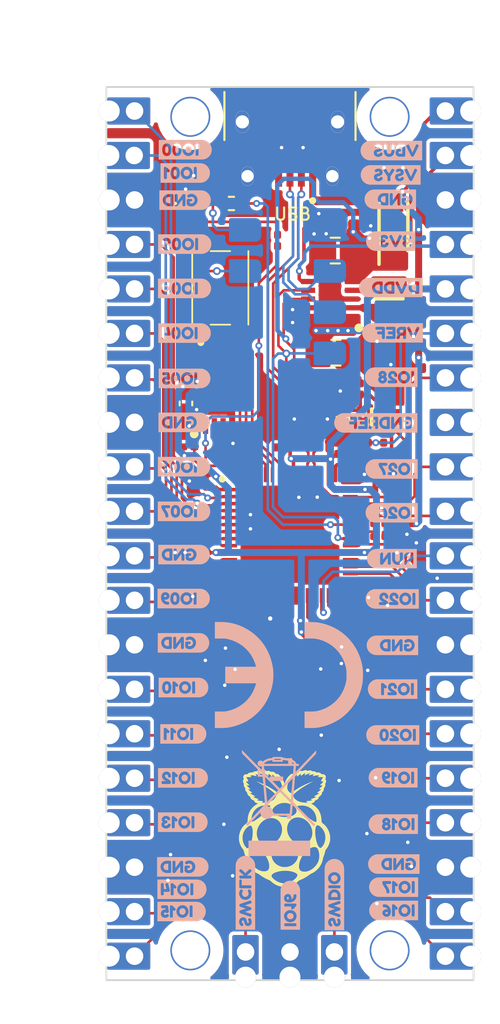
<source format=kicad_pcb>
(kicad_pcb (version 20221018) (generator pcbnew)
  (layers (0 "F.Cu" signal) (31 "B.Cu" signal) (34 "B.Paste" user) (35 "F.Paste" user) (36 "B.SilkS" user "B.Silkscreen") (37 "F.SilkS" user "F.Silkscreen") (38 "B.Mask" user) (39 "F.Mask" user) (44 "Edge.Cuts" user))
  (net 0 "")
  (net 1 "/power_chain/VBUS")
  (net 2 "/power_chain/USB_D-")
  (net 3 "/power_chain/USB_D+")
  (net 5 "GND")
  (net 6 "/rp2040/GPIO0")
  (net 7 "/rp2040/GPIO1")
  (net 8 "/rp2040/GPIO2")
  (net 9 "/rp2040/GPIO3")
  (net 10 "/rp2040/GPIO4")
  (net 11 "/rp2040/GPIO5")
  (net 12 "/rp2040/GPIO6")
  (net 13 "/rp2040/GPIO7")
  (net 14 "/rp2040/GPIO8")
  (net 15 "/rp2040/GPIO9")
  (net 16 "/rp2040/GPIO10")
  (net 17 "/rp2040/GPIO11")
  (net 18 "/rp2040/GPIO12")
  (net 19 "/rp2040/GPIO13")
  (net 20 "/rp2040/GPIO14")
  (net 21 "/rp2040/GPIO15")
  (net 22 "/rp2040/GPIO16")
  (net 23 "/rp2040/GPIO17")
  (net 24 "/rp2040/GPIO18")
  (net 25 "/rp2040/GPIO19")
  (net 26 "/rp2040/GPIO20")
  (net 27 "/rp2040/GPIO21")
  (net 28 "/rp2040/GPIO22")
  (net 29 "/rp2040/RUN")
  (net 30 "/rp2040/GPIO26{slash}ADC0")
  (net 31 "/rp2040/GPIO27{slash}ADC1")
  (net 32 "GNDREF")
  (net 33 "/rp2040/GPIO28{slash}ADC2")
  (net 34 "/rp2040/ADC_VREF")
  (net 35 "/power_chain/3V3_EN")
  (net 36 "/power_chain/VSYS")
  (net 37 "/rp2040/USB_D-")
  (net 38 "/rp2040/XIN")
  (net 39 "/rp2040/XOUT")
  (net 40 "/rp2040/DVDD_1")
  (net 41 "/rp2040/SWCLK")
  (net 42 "/rp2040/SWDIO")
  (net 43 "/rp2040/GPIO23")
  (net 44 "/rp2040/GPIO24")
  (net 45 "/rp2040/GPIO25")
  (net 46 "/rp2040/GPIO29{slash}ADC3")
  (net 47 "/rp2040/ADC_AVDD")
  (net 48 "/rp2040/VREG_VOUT")
  (net 49 "/rp2040/USB_D+")
  (net 50 "/rp2040/QSPI_SD3")
  (net 51 "/rp2040/QSPI_SCLK")
  (net 52 "/rp2040/QSPI_SD0")
  (net 53 "/rp2040/QSPI_SD2")
  (net 54 "/rp2040/QSPI_SD1")
  (net 55 "/rp2040/QSPI_SS_N")
  (net 57 "Net-(C14-Pad1)")
  (net 58 "Net-(IC2-LX2)")
  (net 59 "Net-(IC2-LX1)")
  (net 60 "Net-(D2-A)")
  (net 61 "Net-(Q1-D)")
  (net 62 "Net-(S1-COM_1)")
  (footprint "footprints:Mounting_Hole" (layer "F.Cu") (at 131.43 76.72)
    (fp_text reference "H1" hide)
    (fp_text value "MountingHole")
  )
  (footprint "Capacitor_SMD:C_0201_0603Metric" (layer "F.Cu") (at 132.07 97.1 180)
    (fp_text reference "C1" hide)
    (fp_text value "0.1uf")
  )
  (footprint "Resistor_SMD:R_0201_0603Metric" (layer "F.Cu") (at 142.27 99.95 180)
    (fp_text reference "R1" hide)
    (fp_text value "5.6K")
  )
  (footprint "SamacSys_Parts:YSX321SL" (layer "F.Cu") (at 136.58 110.11)
    (fp_text reference "Y1" hide)
    (fp_text value "Crystal_GND23" hide)
  )
  (footprint "Resistor_SMD:R_0201_0603Metric" (layer "F.Cu") (at 137.14 107.15 180)
    (fp_text reference "R8" hide)
    (fp_text value "1K")
  )
  (footprint "SamacSys_Parts:SOT50P160X80-3N" (layer "F.Cu") (at 142.75 93.06 90)
    (fp_text reference "Q1" hide)
    (fp_text value "DMG1012T-7" hide)
  )
  (footprint "Capacitor_SMD:C_0201_0603Metric" (layer "F.Cu") (at 142.27 98.01)
    (fp_text reference "C4" hide)
    (fp_text value "0.1uf")
  )
  (footprint "footprints:Mounting_Hole" (layer "F.Cu") (at 142.83 124.32)
    (fp_text reference "H4" hide)
    (fp_text value "MountingHole")
  )
  (footprint "Capacitor_SMD:C_0201_0603Metric" (layer "F.Cu") (at 132.07 97.87 180)
    (fp_text reference "C10" hide)
    (fp_text value "0.1uf")
  )
  (footprint "Resistor_SMD:R_0201_0603Metric" (layer "F.Cu") (at 135.61 107.15)
    (fp_text reference "R7" hide)
    (fp_text value "R_Small")
  )
  (footprint "SamacSys_Parts:QFN40P700X700X90-57N-D" (layer "F.Cu") (at 137.13 100.61)
    (fp_text reference "IC1" hide)
    (fp_text value "RPI_Chip_RP2040-10-10" hide)
  )
  (footprint "Capacitor_SMD:C_0201_0603Metric" (layer "F.Cu") (at 140.74 95.65 90)
    (fp_text reference "C15" hide)
    (fp_text value "2u2")
  )
  (footprint "footprints:Mounting_Hole" (layer "F.Cu") (at 131.43 124.32)
    (fp_text reference "H3" hide)
    (fp_text value "MountingHole")
  )
  (footprint "Resistor_SMD:R_0201_0603Metric" (layer "F.Cu") (at 141.61 95.65 -90)
    (fp_text reference "R10" hide)
    (fp_text value "1R")
  )
  (footprint "Resistor_SMD:R_0201_0603Metric" (layer "F.Cu") (at 141.14 93.8 90)
    (fp_text reference "R15" hide)
    (fp_text value "100K")
  )
  (footprint "Resistor_SMD:R_0201_0603Metric" (layer "F.Cu") (at 131.34 95.57 180)
    (fp_text reference "R13" hide)
    (fp_text value "DNP")
  )
  (footprint "Resistor_SMD:R_0201_0603Metric" (layer "F.Cu") (at 141.15 92.26 90)
    (fp_text reference "R14" hide)
    (fp_text value "200K")
  )
  (footprint "Capacitor_SMD:C_0201_0603Metric" (layer "F.Cu") (at 132.05 101.59 180)
    (fp_text reference "C9" hide)
    (fp_text value "0.1uf")
  )
  (footprint "Capacitor_SMD:C_0201_0603Metric" (layer "F.Cu") (at 139.86 109.61 -90)
    (fp_text reference "C14" hide)
    (fp_text value "15pf")
  )
  (footprint "Resistor_SMD:R_0201_0603Metric" (layer "F.Cu") (at 136.42 83.78 90)
    (fp_text reference "R12" hide)
    (fp_text value "1K")
  )
  (footprint "Capacitor_SMD:C_0201_0603Metric" (layer "F.Cu") (at 137.14 95.28 90)
    (fp_text reference "C3" hide)
    (fp_text value "0.1uf")
  )
  (footprint "footprints:3Pin_Header" (layer "F.Cu") (at 137.13 124.41)
    (fp_text reference "J3" hide)
    (fp_text value "Conn_01x03_Pin")
  )
  (footprint "Capacitor_SMD:C_0201_0603Metric" (layer "F.Cu") (at 138.32 106.74 -90)
    (fp_text reference "C2" hide)
    (fp_text value "0.1uf")
  )
  (footprint "Resistor_SMD:R_0201_0603Metric" (layer "F.Cu") (at 140.36 82.85 180)
    (fp_text reference "R3" hide)
    (fp_text value "100K")
  )
  (footprint "Resistor_SMD:R_0402_1005Metric" (layer "F.Cu") (at 133.78 81.67 180)
    (fp_text reference "R9" hide)
    (fp_text value "470")
  )
  (footprint "SamacSys_Parts:SON50P300X200X60-9N" (layer "F.Cu") (at 133.0525 92.98 90)
    (fp_text reference "IC3" hide)
    (fp_text value "W25Q16JVUXIQ_TR" hide)
  )
  (footprint "Capacitor_SMD:C_0402_1005Metric" (layer "F.Cu") (at 140.16 93.96 -90)
    (fp_text reference "C18" hide)
    (fp_text value "1nf")
  )
  (footprint "Capacitor_SMD:C_0201_0603Metric" (layer "F.Cu") (at 131.27 91.35 90)
    (fp_text reference "C16" hide)
    (fp_text value "100nf")
  )
  (footprint "footprints:Mounting_Hole" (layer "F.Cu") (at 142.83 76.72)
    (fp_text reference "H2" hide)
    (fp_text value "MountingHole")
  )
  (footprint "footprints:EDAC_690-005-298-486" (layer "F.Cu") (at 137.13 77.01 180)
    (fp_text reference "J1" hide)
    (fp_text value "690-005-298-486")
    (fp_line (start -3.1 -0.25) (end -3.1 0.25) (stroke (width 0.01)) (layer "Edge.Cuts"))
    (fp_line (start -2.775 -3.3) (end -2.775 -2.9) (stroke (width 0.01)) (layer "Edge.Cuts"))
    (fp_line (start -2.35 0.25) (end -2.35 -0.25) (stroke (width 0.01)) (layer "Edge.Cuts"))
    (fp_line (start -2.075 -2.9) (end -2.075 -3.3) (stroke (width 0.01)) (layer "Edge.Cuts"))
    (fp_line (start 2.075 -2.9) (end 2.075 -3.3) (stroke (width 0.01)) (layer "Edge.Cuts"))
    (fp_line (start 2.35 0.25) (end 2.35 -0.25) (stroke (width 0.01)) (layer "Edge.Cuts"))
    (fp_line (start 2.775 -3.3) (end 2.775 -2.9) (stroke (width 0.01)) (layer "Edge.Cuts"))
    (fp_line (start 3.1 -0.25) (end 3.1 0.25) (stroke (width 0.01)) (layer "Edge.Cuts"))
    (fp_arc (start -3.1 -0.25) (mid -2.990165 -0.515165) (end -2.725 -0.625) (stroke (width 0.01)) (layer "Edge.Cuts"))
    (fp_arc (start -2.775 -3.3) (mid -2.672487 -3.547487) (end -2.425 -3.65) (stroke (width 0.01)) (layer "Edge.Cuts"))
    (fp_arc (start -2.725 -0.625) (mid -2.459835 -0.515165) (end -2.35 -0.25) (stroke (width 0.01)) (layer "Edge.Cuts"))
    (fp_arc (start -2.725 0.625) (mid -2.990165 0.515165) (end -3.1 0.25) (stroke (width 0.01)) (layer "Edge.Cuts"))
    (fp_arc (start -2.425 -3.65) (mid -2.177513 -3.547487) (end -2.075 -3.3) (stroke (width 0.01)) (layer "Edge.Cuts"))
    (fp_arc (start -2.425 -2.55) (mid -2.672487 -2.652513) (end -2.775 -2.9) (stroke (width 0.01)) (layer "Edge.Cuts"))
    (fp_arc (start -2.35 0.25) (mid -2.459835 0.515165) (end -2.725 0.625) (stroke (width 0.01)) (layer "Edge.Cuts"))
    (fp_arc (start -2.075 -2.9) (mid -2.177513 -2.652513) (end -2.425 -2.55) (stroke (width 0.01)) (layer "Edge.Cuts"))
    (fp_arc (start 2.075 -3.3) (mid 2.177513 -3.547487) (end 2.425 -3.65) (stroke (width 0.01)) (layer "Edge.Cuts"))
    (fp_arc (start 2.35 -0.25) (mid 2.459835 -0.515165) (end 2.725 -0.625) (stroke (width 0.01)) (layer "Edge.Cuts"))
    (fp_arc (start 2.425 -3.65) (mid 2.672487 -3.547487) (end 2.775 -3.3) (stroke (width 0.01)) (layer "Edge.Cuts"))
    (fp_arc (start 2.425 -2.55) (mid 2.177513 -2.652513) (end 2.075 -2.9) (stroke (width 0.01)) (layer "Edge.Cuts"))
    (fp_arc (start 2.725 -0.625) (mid 2.990165 -0.515165) (end 3.1 -0.25) (stroke (width 0.01)) (layer "Edge.Cuts"))
    (fp_arc (start 2.725 0.625) (mid 2.459835 0.515165) (end 2.35 0.25) (stroke (width 0.01)) (layer "Edge.Cuts"))
    (fp_arc (start 2.775 -2.9) (mid 2.672487 -2.652513) (end 2.425 -2.55) (stroke (width 0.01)) (layer "Edge.Cuts"))
    (fp_arc (start 3.1 0.25) (mid 2.990165 0.515165) (end 2.725 0.625) (stroke (width 0.01)) (layer "Edge.Cuts"))
  )
  (footprint "SamacSys_Parts:SON50P250X250X80-11N-D" (layer "F.Cu") (at 139.42 87.1275 180)
    (fp_text reference "IC2" hide)
    (fp_text value "RT6150B-33GQW" hide)
  )
  (footprint "Capacitor_SMD:C_0201_0603Metric" (layer "F.Cu") (at 132.24 110.63 90)
    (fp_text reference "C13" hide)
    (fp_text value "15pf")
  )
  (footprint "Resistor_SMD:R_0201_0603Metric" (layer "F.Cu") (at 142.49 95.65 90)
    (fp_text reference "R11" hide)
    (fp_text value "200")
  )
  (footprint "footprints:40Pin_Header" (layer "F.Cu") (at 137.13 100.52)
    (fp_text reference "J2" hide)
    (fp_text value "Conn_02x20_Counter_Clockwise")
  )
  (footprint "Resistor_SMD:R_0201_0603Metric" (layer "F.Cu") (at 138.76 91.83)
    (fp_text reference "R4" hide)
    (fp_text value "100K")
  )
  (footprint "Capacitor_SMD:C_0805_2012Metric" (layer "F.Cu") (at 139.76 90.19)
    (fp_text reference "C11" hide)
    (fp_text value "47uf")
  )
  (footprint "Resistor_SMD:R_0201_0603Metric" (layer "F.Cu") (at 137.92 95.28 -90)
    (fp_text reference "R5" hide)
    (fp_text value "27")
  )
  (footprint "SamacSys_Parts:PTS815SJM250SMTRLFS" (layer "F.Cu") (at 133.15 86.49 90)
    (fp_text reference "S1" hide)
    (fp_text value "PTS815_SJM_250_SMTR_LFS" hide)
  )
  (footprint "LED_SMD:LED_0402_1005Metric" (layer "F.Cu") (at 131.66 81.67)
    (fp_text reference "D2" hide)
    (fp_text value "LED_Small")
  )
  (footprint "Resistor_SMD:R_0201_0603Metric" (layer "F.Cu") (at 142.27 100.69)
    (fp_text reference "R2" hide)
    (fp_text value "10K")
  )
  (footprint "Capacitor_SMD:C_0402_1005Metric" (layer "F.Cu") (at 131.18 93.09 -90)
    (fp_text reference "C17" hide)
    (fp_text value "2u2")
  )
  (footprint "Capacitor_SMD:C_0805_2012Metric" (layer "F.Cu") (at 139.72 84.36 180)
    (fp_text reference "C12" hide)
    (fp_text value "47uf")
  )
  (footprint "SamacSys_Parts:SODFL3616X98N" (layer "F.Cu") (at 143.05 83.02 90)
    (fp_text reference "D1" hide)
    (fp_text value "MBR120VLSFT1G" hide)
  )
  (footprint "Capacitor_SMD:C_0201_0603Metric" (layer "F.Cu") (at 139.87 95.65 90)
    (fp_text reference "C8" hide)
    (fp_text value "0.1uf")
  )
  (footprint "Capacitor_SMD:C_0201_0603Metric" (layer "F.Cu") (at 136.36 95.28 90)
    (fp_text reference "C7" hide)
    (fp_text value "0.1uf")
  )
  (footprint "footprints:logo2" (layer "F.Cu") (at 136.82 117.36)
    (fp_text reference "G***" hide)
    (fp_text value "LOGO" hide)
  )
  (footprint "Resistor_SMD:R_0201_0603Metric" (layer "F.Cu") (at 138.76 95.28 -90)
    (fp_text reference "R6" hide)
    (fp_text value "27")
  )
  (footprint "SamacSys_Parts:DFE2016CKA1R0MP2" (layer "F.Cu") (at 142.8 87.11 -90)
    (fp_text reference "L1" hide)
    (fp_text value "2u2" hide)
  )
  (footprint "Capacitor_SMD:C_0201_0603Metric" (layer "F.Cu") (at 139.11 106.74 -90)
    (fp_text reference "C6" hide)
    (fp_text value "0.1uf")
  )
  (footprint "Capacitor_SMD:C_0201_0603Metric" (layer "F.Cu") (at 142.27 101.59)
    (fp_text reference "C5" hide)
    (fp_text value "0.1uf")
  )
  (footprint "kibuzzard-65E01F60" (layer "B.Cu") (at 142.96 101.95 180)
    (fp_text reference "kibuzzard-65E01F60" hide)
    (fp_text value "G***" hide)
  )
  (footprint "kibuzzard-65E07397" (layer "B.Cu") (at 131.1 86.52 180)
    (fp_text reference "kibuzzard-65E07397" hide)
    (fp_text value "G***" hide)
  )
  (footprint "footprints:Custom_testpad" (layer "B.Cu") (at 139.44 85.53 180)
    (fp_text reference "TP2" hide)
    (fp_text value "  ")
  )
  (footprint "kibuzzard-65E04185" (layer "B.Cu") (at 130.93 122.1 180)
    (fp_text reference "kibuzzard-65E04185" hide)
    (fp_text value "G***" hide)
  )
  (footprint "kibuzzard-65E01F7B" (layer "B.Cu") (at 143 109.4 180)
    (fp_text reference "kibuzzard-65E01F7B" hide)
    (fp_text value "G***" hide)
  )
  (footprint "kibuzzard-65E01FA3" (layer "B.Cu") (at 143.06 120.71 180)
    (fp_text reference "kibuzzard-65E01FA3" hide)
    (fp_text value "G***" hide)
  )
  (footprint "kibuzzard-65E014B1" (layer "B.Cu") (at 131.07 101.72 180)
    (fp_text reference "kibuzzard-65E014B1" hide)
    (fp_text value "G***" hide)
  )
  (footprint "kibuzzard-65E014B1" (layer "B.Cu") (at 131.04 106.76 180)
    (fp_text reference "kibuzzard-65E014B1" hide)
    (fp_text value "G***" hide)
  )
  (footprint "kibuzzard-65E07316" (layer "B.Cu") (at 131.01 114.47 180)
    (fp_text reference "kibuzzard-65E07316" hide)
    (fp_text value "G***" hide)
  )
  (footprint "kibuzzard-65E014B1" (layer "B.Cu") (at 131.08 94.17 180)
    (fp_text reference "kibuzzard-65E014B1" hide)
    (fp_text value "G***" hide)
  )
  (footprint "footprints:Custom_testpad" (layer "B.Cu") (at 139.44 90.23 180)
    (fp_text reference "TP4" hide)
    (fp_text value "   ")
  )
  (footprint "kibuzzard-65E01FAC" (layer "B.Cu") (at 137.15 121.74 90)
    (fp_text reference "kibuzzard-65E01FAC" hide)
    (fp_text value "G***" hide)
  )
  (footprint "kibuzzard-65E07330" (layer "B.Cu") (at 131.05 104.23 180)
    (fp_text reference "kibuzzard-65E07330" hide)
    (fp_text value "G***" hide)
  )
  (footprint "kibuzzard-65E01FAC" (layer "B.Cu") (at 143.06 122.04 180)
    (fp_text reference "kibuzzard-65E01FAC" hide)
    (fp_text value "G***" hide)
  )
  (footprint "kibuzzard-65E01F54" (layer "B.Cu") (at 142.95 99.33 180)
    (fp_text reference "kibuzzard-65E01F54" hide)
    (fp_text value "G***" hide)
  )
  (footprint "kibuzzard-65E016CF" (layer "B.Cu") (at 142.92 91.59 180)
    (fp_text reference "kibuzzard-65E016CF" hide)
    (fp_text value "G***" hide)
  )
  (footprint "kibuzzard-65E013B1" (layer "B.Cu") (at 142.93 78.65 180)
    (fp_text reference "kibuzzard-65E013B1" hide)
    (fp_text value "G***" hide)
  )
  (footprint "kibuzzard-65E014B1" (layer "B.Cu") (at 131.13 81.48 180)
    (fp_text reference "kibuzzard-65E014B1" hide)
    (fp_text value "G***" hide)
  )
  (footprint "kibuzzard-65E07348" (layer "B.Cu") (at 131.1 91.66 180)
    (fp_text reference "kibuzzard-65E07348" hide)
    (fp_text value "G***" hide)
  )
  (footprint "kibuzzard-65E016D7" (layer "B.Cu") (at 142.04 94.2 180)
    (fp_text reference "kibuzzard-65E016D7" hide)
    (fp_text value "G***" hide)
  )
  (footprint "kibuzzard-65E01F8B" (layer "B.Cu") (at 143.03 114.46 180)
    (fp_text reference "kibuzzard-65E01F8B" hide)
    (fp_text value "G***" hide)
  )
  (footprint "kibuzzard-65E01F9A" (layer "B.Cu") (at 143.07 119.39 180)
    (fp_text reference "kibuzzard-65E01F9A" hide)
    (fp_text value "G***" hide)
  )
  (footprint "kibuzzard-65E01696" (layer "B.Cu") (at 142.89 83.82 180)
    (fp_text reference "kibuzzard-65E01696" hide)
    (fp_text value "G***" hide)
  )
  (footprint "footprints:Custom_testpad" (layer "B.Cu") (at 139.44 83.18 180)
    (fp_text reference "TP1" hide)
    (fp_text value "  ")
  )
  (footprint "kibuzzard-65E014B1" (layer "B.Cu") (at 131 119.55 180)
    (fp_text reference "kibuzzard-65E014B1" hide)
    (fp_text value "G***" hide)
  )
  (footprint "kibuzzard-65E0730F" (layer "B.Cu") (at 131 117 180)
    (fp_text reference "kibuzzard-65E0730F" hide)
    (fp_text value "G***" hide)
  )
  (footprint "kibuzzard-65E01F69" (layer "B.Cu") (at 142.98 104.25 180)
    (fp_text reference "kibuzzard-65E01F69" hide)
    (fp_text value "G***" hide)
  )
  (footprint "Symbol:WEEE-Logo_4.2x6mm_SilkScreen" (layer "B.Cu") (at 136.51 115.91 180)
    (fp_text reference "REF**" hide)
    (fp_text value "WEEE-Logo_4.2x6mm_SilkScreen" hide)
  )
  (footprint "kibuzzard-65E0419F" (layer "B.Cu") (at 130.95 120.83 180)
    (fp_text reference "kibuzzard-65E0419F" hide)
    (fp_text value "G***" hide)
  )
  (footprint "kibuzzard-65E07326" (layer "B.Cu") (at 131.04 109.31 180)
    (fp_text reference "kibuzzard-65E07326" hide)
    (fp_text value "G***" hide)
  )
  (footprint "kibuzzard-65E07350" (layer "B.Cu") (at 131.1 89.07 180)
    (fp_text reference "kibuzzard-65E07350" hide)
    (fp_text value "G***" hide)
  )
  (footprint "kibuzzard-65E01FEF" (layer "B.Cu") (at 134.58 121.03 90)
    (fp_text reference "kibuzzard-65E01FEF" hide)
    (fp_text value "G***" hide)
  )
  (footprint "kibuzzard-65E01F49" (layer "B.Cu") (at 142.94 96.83 180)
    (fp_text reference "kibuzzard-65E01F49" hide)
    (fp_text value "G***" hide)
  )
  (footprint "kibuzzard-65E01689" (layer "B.Cu") (at 142.89 80.04 180)
    (fp_text reference "kibuzzard-65E01689" hide)
    (fp_text value "G***" hide)
  )
  (footprint "kibuzzard-65E01F83" (layer "B.Cu") (at 143.01 112.02 180)
    (fp_text reference "kibuzzard-65E01F83" hide)
    (fp_text value "G***" hide)
  )
  (footprint "kibuzzard-65E0739D" (layer "B.Cu") (at 131.11 83.99 180)
    (fp_text reference "kibuzzard-65E0739D" hide)
    (fp_text value "G***" hide)
  )
  (footprint "kibuzzard-65E073AB" (layer "B.Cu") (at 131.14 78.600661 180)
    (fp_text reference "kibuzzard-65E073AB" hide)
    (fp_text value "G***" hide)
  )
  (footprint "kibuzzard-65E0169F" (layer "B.Cu") (at 142.9 86.47 180)
    (fp_text reference "kibuzzard-65E0169F" hide)
    (fp_text value "G***" hide)
  )
  (footprint "kibuzzard-65E016BD" (layer "B.Cu") (at 143 89.06 180)
    (fp_text reference "kibuzzard-65E016BD" hide)
    (fp_text value "G***" hide)
  )
  (footprint "kibuzzard-65E0733A" (layer "B.Cu") (at 131.07 99.25 180)
    (fp_text reference "kibuzzard-65E0733A" hide)
    (fp_text value "G***" hide)
  )
  (footprint "kibuzzard-65E01690" (layer "B.Cu") (at 142.87 81.43 180)
    (fp_text reference "kibuzzard-65E01690" hide)
    (fp_text value "G***" hide)
  )
  (footprint "kibuzzard-65E0731E" (layer "B.Cu") (at 131.03 111.96 180)
    (fp_text reference "kibuzzard-65E0731E" hide)
    (fp_text value "G***" hide)
  )
  (footprint "Symbol:CE-Logo_8.5x6mm_SilkScreen" (layer "B.Cu") (at 137.07 108.59 180)
    (fp_text reference "REF**" hide)
    (fp_text value "CE-Logo_8.5x6mm_SilkScreen" hide)
  )
  (footprint "kibuzzard-65E01FDC" (layer "B.Cu") (at 139.67 121.13 90)
    (fp_text reference "kibuzzard-65E01FDC" hide)
    (fp_text value "G***" hide)
  )
  (footprint "footprints:Custom_testpad" (layer "B.Cu") (at 139.44 87.88 180)
    (fp_text reference "TP3" hide)
    (fp_text value "  ")
  )
  (footprint "kibuzzard-65E073A5" (layer "B.Cu") (at 131.14 79.93 180)
    (fp_text reference "kibuzzard-65E073A5" hide)
    (fp_text value "G***" hide)
  )
  (footprint "kibuzzard-65E01F72" (layer "B.Cu") (at 142.99 106.9 180)
    (fp_text reference "kibuzzard-65E01F72" hide)
    (fp_text value "G***" hide)
  )
  (footprint "footprints:Custom_testpad" (layer "B.Cu") (at 134.59 85.53 180)
    (fp_text reference "TP6" hide)
    (fp_text value " ")
  )
  (footprint "kibuzzard-65E01F93" (layer "B.Cu") (at 143.04 117.11 180)
    (fp_text reference "kibuzzard-65E01F93" hide)
    (fp_text value "G***" hide)
  )
  (footprint "footprints:Custom_testpad" (layer "B.Cu") (at 134.59 83.18 180)
    (fp_text reference "TP5" hide)
    (fp_text value " ")
  )
  (footprint "kibuzzard-65E07341" (layer "B.Cu") (at 131.07 96.7 180)
    (fp_text reference "kibuzzard-65E07341" hide)
    (fp_text value "G***" hide)
  )
  (gr_line (start 126.63 75.02) (end 147.63 75.02) (stroke (width 0.1)) (layer "Edge.Cuts"))
  (gr_line (start 147.63 75.02) (end 147.63 126.02) (stroke (width 0.1)) (layer "Edge.Cuts"))
  (gr_line (start 126.63 75.02) (end 126.63 126.02) (stroke (width 0.1)) (layer "Edge.Cuts"))
  (gr_line (start 126.63 126.02) (end 147.63 126.02) (stroke (width 0.1)) (layer "Edge.Cuts"))
  (gr_text "USB" (at 136.15 82.69) (layer "F.SilkS") (effects (font (size 0.7 0.7) (thickness 0.12) bold) (justify left bottom)))
  (segment (start 145.53 76.39) (end 144.83 77.09) (width 0.2) (layer "F.Cu") (net 1))
  (segment (start 143.05 81.52) (end 138.64 81.52) (width 0.5) (layer "F.Cu") (net 1))
  (segment (start 144.49 90.47) (end 144.49 83.1605) (width 0.4) (layer "F.Cu") (net 1))
  (segment (start 143.57 81) (end 143.05 81.52) (width 0.2) (layer "F.Cu") (net 1))
  (segment (start 144.49 83.1605) (end 144.4895 83.16) (width 0.4) (layer "F.Cu") (net 1))
  (segment (start 144.3645 99.95) (end 142.59 99.95) (width 0.4) (layer "F.Cu") (net 1))
  (segment (start 138.64 81.52) (end 138.43 81.31) (width 0.4) (layer "F.Cu") (net 1))
  (segment (start 144.4895 90.4705) (end 144.49 90.47) (width 0.4) (layer "F.Cu") (net 1))
  (segment (start 138.43 79.835) (end 138.43 81.31) (width 0.4) (layer "F.Cu") (net 1))
  (segment (start 144.83 79.74) (end 143.57 81) (width 0.2) (layer "F.Cu") (net 1))
  (segment (start 146.02 76.39) (end 145.53 76.39) (width 0.2) (layer "F.Cu") (net 1))
  (segment (start 144.83 77.09) (end 144.83 79.74) (width 0.2) (layer "F.Cu") (net 1))
  (via (at 144.4895 83.16) (size 0.4) (drill 0.2) (layers "F.Cu" "B.Cu") (net 1))
  (via (at 144.3645 99.95) (size 0.4) (drill 0.2) (layers "F.Cu" "B.Cu") (net 1))
  (via (at 144.4895 90.4705) (size 0.4) (drill 0.2) (layers "F.Cu" "B.Cu") (net 1))
  (via (at 143.57 81) (size 0.4) (drill 0.2) (layers "F.Cu" "B.Cu") (net 1))
  (segment (start 144.3645 99.95) (end 144.5 99.8145) (width 0.4) (layer "B.Cu") (net 1))
  (segment (start 144.5 90.481) (end 144.4895 90.4705) (width 0.4) (layer "B.Cu") (net 1))
  (segment (start 143.57 81) (end 143.57 81.63) (width 0.4) (layer "B.Cu") (net 1))
  (segment (start 144.4895 82.5495) (end 144.4895 83.16) (width 0.4) (layer "B.Cu") (net 1))
  (segment (start 144.5 99.8145) (end 144.5 90.481) (width 0.4) (layer "B.Cu") (net 1))
  (segment (start 143.57 81.63) (end 144.4895 82.5495) (width 0.4) (layer "B.Cu") (net 1))
  (segment (start 137.605 81.322501) (end 137.605 84.807134) (width 0.15) (layer "F.Cu") (net 2))
  (segment (start 138.49 93.317866) (end 138.49 94.344999) (width 0.15) (layer "F.Cu") (net 2))
  (segment (start 137.78 81.147501) (end 137.605 81.322501) (width 0.15) (layer "F.Cu") (net 2))
  (segment (start 137.605 84.807134) (end 136.17 86.242134) (width 0.15) (layer "F.Cu") (net 2))
  (segment (start 137.78 81.147501) (end 137.78 79.835) (width 0.15) (layer "F.Cu") (net 2))
  (segment (start 136.17 90.997866) (end 138.49 93.317866) (width 0.15) (layer "F.Cu") (net 2))
  (segment (start 138.49 94.344999) (end 138.76 94.614999) (width 0.15) (layer "F.Cu") (net 2))
  (segment (start 136.17 86.242134) (end 136.17 90.997866) (width 0.15) (layer "F.Cu") (net 2))
  (segment (start 138.76 94.614999) (end 138.76 94.96) (width 0.15) (layer "F.Cu") (net 2))
  (via (at 137.78 81.147501) (size 0.45) (drill 0.25) (layers "F.Cu" "B.Cu") (net 2))
  (segment (start 137.605001 81.3225) (end 137.605001 84.565001) (width 0.15) (layer "B.Cu") (net 2))
  (segment (start 138.165 86.555) (end 139.19 85.53) (width 0.15) (layer "B.Cu") (net 2))
  (segment (start 137.05 86.057866) (end 137.547134 86.555) (width 0.15) (layer "B.Cu") (net 2))
  (segment (start 137.605001 84.565001) (end 137.61 84.57) (width 0.15) (layer "B.Cu") (net 2))
  (segment (start 137.05 85.361067) (end 137.05 86.057866) (width 0.15) (layer "B.Cu") (net 2))
  (segment (start 137.547134 86.555) (end 138.165 86.555) (width 0.15) (layer "B.Cu") (net 2))
  (segment (start 137.61 84.57) (end 137.61 84.801067) (width 0.15) (layer "B.Cu") (net 2))
  (segment (start 137.61 84.801067) (end 137.05 85.361067) (width 0.15) (layer "B.Cu") (net 2))
  (segment (start 139.19 85.53) (end 139.44 85.53) (width 0.15) (layer "B.Cu") (net 2))
  (segment (start 137.78 81.147501) (end 137.605001 81.3225) (width 0.15) (layer "B.Cu") (net 2))
  (segment (start 135.87 86.117866) (end 135.87 91.122134) (width 0.15) (layer "F.Cu") (net 3))
  (segment (start 137.305 84.682866) (end 135.87 86.117866) (width 0.15) (layer "F.Cu") (net 3))
  (segment (start 135.87 91.122134) (end 138.19 93.442134) (width 0.15) (layer "F.Cu") (net 3))
  (segment (start 138.19 94.344999) (end 137.92 94.614999) (width 0.15) (layer "F.Cu") (net 3))
  (segment (start 137.13 81.147501) (end 137.13 79.835) (width 0.15) (layer "F.Cu") (net 3))
  (segment (start 138.19 93.442134) (end 138.19 94.344999) (width 0.15) (layer "F.Cu") (net 3))
  (segment (start 137.92 94.614999) (end 137.92 94.96) (width 0.15) (layer "F.Cu") (net 3))
  (segment (start 137.13 81.147501) (end 137.305 81.322501) (width 0.15) (layer "F.Cu") (net 3))
  (segment (start 137.305 81.322501) (end 137.305 84.682866) (width 0.15) (layer "F.Cu") (net 3))
  (via (at 137.13 81.147501) (size 0.45) (drill 0.25) (layers "F.Cu" "B.Cu") (net 3))
  (segment (start 139.19 87.88) (end 139.44 87.88) (width 0.15) (layer "B.Cu") (net 3))
  (segment (start 136.75 86.182134) (end 137.422866 86.855) (width 0.15) (layer "B.Cu") (net 3))
  (segment (start 137.304999 84.525001) (end 137.3 84.53) (width 0.15) (layer "B.Cu") (net 3))
  (segment (start 137.3 84.53) (end 137.3 84.686803) (width 0.15) (layer "B.Cu") (net 3))
  (segment (start 137.3 84.686803) (end 136.75 85.236803) (width 0.15) (layer "B.Cu") (net 3))
  (segment (start 136.75 85.236803) (end 136.75 86.182134) (width 0.15) (layer "B.Cu") (net 3))
  (segment (start 138.165 86.855) (end 139.19 87.88) (width 0.15) (layer "B.Cu") (net 3))
  (segment (start 137.304999 81.3225) (end 137.304999 84.525001) (width 0.15) (layer "B.Cu") (net 3))
  (segment (start 137.13 81.147501) (end 137.304999 81.3225) (width 0.15) (layer "B.Cu") (net 3))
  (segment (start 137.422866 86.855) (end 138.165 86.855) (width 0.15) (layer "B.Cu") (net 3))
  (segment (start 136 105.37) (end 136.05 105.15) (width 0.15) (layer "F.Cu") (net 5))
  (segment (start 136.13 105.07) (end 136 105.37) (width 0.15) (layer "F.Cu") (net 5))
  (segment (start 136.13 104.06) (end 136.13 105.07) (width 0.15) (layer "F.Cu") (net 5))
  (via (at 143.25 101.61) (size 0.4) (drill 0.2) (layers "F.Cu" "B.Cu") (net 5))
  (via (at 130.15 120.32) (size 0.4) (drill 0.2) (layers "F.Cu" "B.Cu") (net 5))
  (via (at 138.92 112.03) (size 0.4) (drill 0.2) (layers "F.Cu" "B.Cu") (net 5))
  (via (at 131.57 104.11) (size 0.4) (drill 0.2) (layers "F.Cu" "B.Cu") (net 5))
  (via (at 138.51 83.41) (size 0.4) (drill 0.2) (layers "F.Cu" "B.Cu") (net 5))
  (via (at 140.07 107.94) (size 0.4) (drill 0.2) (layers "F.Cu" "B.Cu") (net 5))
  (via (at 133.35 117.12) (size 0.4) (drill 0.2) (layers "F.Cu" "B.Cu") (net 5))
  (via (at 141.53 117.65) (size 0.4) (drill 0.2) (layers "F.Cu" "B.Cu") (net 5))
  (via (at 131.13 101.6) (size 0.4) (drill 0.2) (layers "F.Cu" "B.Cu") (net 5))
  (via (at 139.94 114.62) (size 0.4) (drill 0.2) (layers "F.Cu" "B.Cu") (net 5))
  (via (at 133.87 95.37) (size 0.4) (drill 0.2) (layers "F.Cu" "B.Cu") (net 5))
  (via (at 142.1 121.65) (size 0.4) (drill 0.2) (layers "F.Cu" "B.Cu") (net 5))
  (via (at 145.55 103.07) (size 0.4) (drill 0.2) (layers "F.Cu" "B.Cu") (net 5))
  (via (at 130.3 118.85) (size 0.4) (drill 0.2) (layers "F.Cu" "B.Cu") (net 5))
  (via (at 143.87 118.15) (size 0.4) (drill 0.2) (layers "F.Cu" "B.Cu") (net 5))
  (via (at 139.2 83.4) (size 0.4) (drill 0.2) (layers "F.Cu" "B.Cu") (net 5))
  (via (at 138.89 108.25) (size 0.4) (drill 0.2) (layers "F.Cu" "B.Cu") (net 5))
  (via (at 131.79 93.44) (size 0.4) (drill 0.2) (layers "F.Cu" "B.Cu") (net 5))
  (via (at 133.52 113.29) (size 0.4) (drill 0.2) (layers "F.Cu" "B.Cu") (net 5))
  (via (at 144.36 101.05) (size 0.4) (drill 0.2) (layers "F.Cu" "B.Cu") (net 5))
  (via (at 133.44 107.06) (size 0.4) (drill 0.2) (layers "F.Cu" "B.Cu") (net 5))
  (via (at 137.64 98.45) (size 0.4) (drill 0.2) (layers "F.Cu" "B.Cu") (net 5))
  (via (at 140.01 92.38) (size 0.4) (drill 0.2) (layers "F.Cu" "B.Cu") (net 5))
  (via (at 131.16 80.85) (size 0.4) (drill 0.2) (layers "F.Cu" "B.Cu") (net 5))
  (via (at 143.82 100.56) (size 0.4) (drill 0.2) (layers "F.Cu" "B.Cu") (net 5))
  (via (at 142.9 90.87) (size 0.4) (drill 0.2) (layers "F.Cu" "B.Cu") (net 5))
  (via (at 138.69 98.44) (size 0.4) (drill 0.2) (layers "F.Cu" "B.Cu") (net 5))
  (via (at 131.36 94.38) (size 0.4) (drill 0.2) (layers "F.Cu" "B.Cu") (net 5))
  (via (at 143.59 79.63) (size 0.4) (drill 0.2) (layers "F.Cu" "B.Cu") (net 5))
  (via (at 137.28 87.73) (size 0.4) (drill 0.2) (layers "F.Cu" "B.Cu") (net 5))
  (via (at 141.62 104.17) (size 0.4) (drill 0.2) (layers "F.Cu" "B.Cu") (net 5))
  (via (at 141.75 82.95) (size 0.4) (drill 0.2) (layers "F.Cu" "B.Cu") (net 5))
  (via (at 137.88 78.48) (size 0.4) (drill 0.2) (layers "F.Cu" "B.Cu") (net 5))
  (via (at 136.65 78.48) (size 0.4) (drill 0.2) (layers "F.Cu" "B.Cu") (net 5))
  (via (at 133.4 109.18) (size 0.4) (drill 0.2) (layers "F.Cu" "B.Cu") (net 5))
  (via (at 132.29 107.76) (size 0.4) (drill 0.2) (layers "F.Cu" "B.Cu") (net 5))
  (via (at 131.62 80.08) (size 0.4) (drill 0.2) (layers "F.Cu" "B.Cu") (net 5))
  (via (at 144.08 119.53) (size 0.4) (drill 0.2) (layers "F.Cu" "B.Cu") (net 5))
  (via (at 142.71 104.62) (size 0.4) (drill 0.2) (layers "F.Cu" "B.Cu") (net 5))
  (via (at 133.99 108.27) (size 0.4) (drill 0.2) (layers "F.Cu" "B.Cu") (net 5))
  (via (at 130.56 101.6) (size 0.4) (drill 0.2) (layers "F.Cu" "B.Cu") (net 5))
  (via (at 137.28 88.47) (size 0.4) (drill 0.2) (layers "F.Cu" "B.Cu") (net 5))
  (via (at 139.27 93.98) (size 0.4) (drill 0.2) (layers "F.Cu" "B.Cu") (net 5))
  (via (at 140.08 106.99) (size 0.4) (drill 0.2) (layers "F.Cu" "B.Cu") (net 5))
  (via (at 134.87 100.25) (size 0.4) (drill 0.2) (layers "F.Cu" "B.Cu") (net 5))
  (via (at 136 105.37) (size 0.45) (drill 0.25) (layers "F.Cu" "B.Cu") (net 5))
  (via (at 141.58 108.33) (size 0.4) (drill 0.2) (layers "F.Cu" "B.Cu") (net 5))
  (via (at 131.3745 97.52) (size 0.4) (drill 0.2) (layers "F.Cu" "B.Cu") (net 5))
  (via (at 141.39 97.14) (size 0.4) (drill 0.2) (layers "F.Cu" "B.Cu") (net 5))
  (via (at 134.87 99.44) (size 0.4) (drill 0.2) (layers "F.Cu" "B.Cu") (net 5))
  (via (at 137.38 93.98) (size 0.4) (drill 0.2) (layers "F.Cu" "B.Cu") (net 5))
  (via (at 133.85 120.06) (size 0.4) (drill 0.2) (layers "F.Cu" "B.Cu") (net 5))
  (via (at 142.11 89.54) (size 0.4) (drill 0.2) (layers "F.Cu" "B.Cu") (net 5))
  (via (at 138.78 82.25) (size 0.4) (drill 0.2) (layers "F.Cu" "B.Cu") (net 5))
  (via (at 142.03 114.46) (size 0.4) (drill 0.2) (layers "F.Cu" "B.Cu") (net 5))
  (via (at 142.51 79.63) (size 0.4) (drill 0.2) (layers "F.Cu" "B.Cu") (net 5))
  (via (at 143.05 97.1) (size 0.4) (drill 0.2) (layers "F.Cu" "B.Cu") (net 5))
  (via (at 136.51 112.84) (size 0.4) (drill 0.2) (layers "F.Cu" "B.Cu") (net 5))
  (segment (start 133.22 98.41) (end 133.68 98.41) (width 0.15) (layer "F.Cu") (net 6))
  (segment (start 132.42 98.4855) (end 133.1445 98.4855) (width 0.15) (layer "F.Cu") (net 6))
  (segment (start 133.1445 98.4855) (end 133.22 98.41) (width 0.15) (layer "F.Cu") (net 6))
  (via (at 132.42 98.4855) (size 0.4) (drill 0.2) (layers "F.Cu" "B.Cu") (net 6))
  (segment (start 130.325 78.475) (end 130.325 97.255) (width 0.15) (layer "B.Cu") (net 6))
  (segment (start 131.34 98.27) (end 132.2045 98.27) (width 0.15) (layer "B.Cu") (net 6))
  (segment (start 130.325 97.255) (end 131.34 98.27) (width 0.15) (layer "B.Cu") (net 6))
  (segment (start 132.2045 98.27) (end 132.42 98.4855) (width 0.15) (layer "B.Cu") (net 6))
  (segment (start 128.24 76.39) (end 130.325 78.475) (width 0.15) (layer "B.Cu") (net 6))
  (segment (start 133.236802 98.81) (end 133.68 98.81) (width 0.15) (layer "F.Cu") (net 7))
  (segment (start 131.950335 98.91) (end 133.136802 98.91) (width 0.15) (layer "F.Cu") (net 7))
  (segment (start 131.824914 98.784579) (end 131.950335 98.91) (width 0.15) (layer "F.Cu") (net 7))
  (segment (start 133.136802 98.91) (end 133.236802 98.81) (width 0.15) (layer "F.Cu") (net 7))
  (via (at 131.824914 98.784579) (size 0.4) (drill 0.2) (layers "F.Cu" "B.Cu") (net 7))
  (segment (start 131.824914 98.784579) (end 131.610335 98.57) (width 0.15) (layer "B.Cu") (net 7))
  (segment (start 130.025 97.379264) (end 130.025 79.335) (width 0.15) (layer "B.Cu") (net 7))
  (segment (start 131.21 98.564264) (end 130.025 97.379264) (width 0.15) (layer "B.Cu") (net 7))
  (segment (start 129.62 78.93) (end 128.22 78.93) (width 0.15) (layer "B.Cu") (net 7))
  (segment (start 130.025 79.335) (end 129.62 78.93) (width 0.15) (layer "B.Cu") (net 7))
  (segment (start 131.610335 98.57) (end 131.21 98.57) (width 0.15) (layer "B.Cu") (net 7))
  (segment (start 131.21 98.57) (end 131.21 98.564264) (width 0.15) (layer "B.Cu") (net 7))
  (segment (start 130.48 96.082234) (end 130.95 96.552234) (width 0.15) (layer "F.Cu") (net 8))
  (segment (start 129.74 84.01) (end 130.48 84.75) (width 0.15) (layer "F.Cu") (net 8))
  (segment (start 130.95 98.51) (end 131.65 99.21) (width 0.15) (layer "F.Cu") (net 8))
  (segment (start 130.48 84.75) (end 130.48 96.082234) (width 0.15) (layer "F.Cu") (net 8))
  (segment (start 128.24 84.01) (end 129.74 84.01) (width 0.15) (layer "F.Cu") (net 8))
  (segment (start 130.95 96.552234) (end 130.95 98.51) (width 0.15) (layer "F.Cu") (net 8))
  (segment (start 131.65 99.21) (end 133.68 99.21) (width 0.15) (layer "F.Cu") (net 8))
  (segment (start 130.18 87.04) (end 130.18 96.206498) (width 0.15) (layer "F.Cu") (net 9))
  (segment (start 129.69 86.55) (end 130.18 87.04) (width 0.15) (layer "F.Cu") (net 9))
  (segment (start 128.24 86.55) (end 129.69 86.55) (width 0.15) (layer "F.Cu") (net 9))
  (segment (start 130.65 96.676498) (end 130.65 98.721523) (width 0.15) (layer "F.Cu") (net 9))
  (segment (start 130.65 98.721523) (end 131.538478 99.61) (width 0.15) (layer "F.Cu") (net 9))
  (segment (start 130.18 96.206498) (end 130.65 96.676498) (width 0.15) (layer "F.Cu") (net 9))
  (segment (start 131.538478 99.61) (end 133.68 99.61) (width 0.15) (layer "F.Cu") (net 9))
  (segment (start 129.88 96.330762) (end 129.88 89.5) (width 0.15) (layer "F.Cu") (net 10))
  (segment (start 131.21 100.01) (end 130.76 99.56) (width 0.15) (layer "F.Cu") (net 10))
  (segment (start 130.76 99.255787) (end 130.35 98.845787) (width 0.15) (layer "F.Cu") (net 10))
  (segment (start 130.76 99.56) (end 130.76 99.255787) (width 0.15) (layer "F.Cu") (net 10))
  (segment (start 133.68 100.01) (end 131.21 100.01) (width 0.15) (layer "F.Cu") (net 10))
  (segment (start 129.47 89.09) (end 128.24 89.09) (width 0.15) (layer "F.Cu") (net 10))
  (segment (start 130.35 96.800762) (end 129.88 96.330762) (width 0.15) (layer "F.Cu") (net 10))
  (segment (start 130.35 98.845787) (end 130.35 96.800762) (width 0.15) (layer "F.Cu") (net 10))
  (segment (start 129.88 89.5) (end 129.47 89.09) (width 0.15) (layer "F.Cu") (net 10))
  (segment (start 131.03 100.41) (end 130.46 99.84) (width 0.15) (layer "F.Cu") (net 11))
  (segment (start 133.68 100.41) (end 131.03 100.41) (width 0.15) (layer "F.Cu") (net 11))
  (segment (start 129.58 92) (end 129.3 91.72) (width 0.15) (layer "F.Cu") (net 11))
  (segment (start 129.58 96.455026) (end 129.58 92) (width 0.15) (layer "F.Cu") (net 11))
  (segment (start 129.3 91.72) (end 128.24 91.72) (width 0.15) (layer "F.Cu") (net 11))
  (segment (start 130.46 99.84) (end 130.46 99.380051) (width 0.15) (layer "F.Cu") (net 11))
  (segment (start 130.46 99.380051) (end 130.04 98.960051) (width 0.15) (layer "F.Cu") (net 11))
  (segment (start 130.04 98.960051) (end 130.04 96.915026) (width 0.15) (layer "F.Cu") (net 11))
  (segment (start 130.04 96.915026) (end 129.58 96.455026) (width 0.15) (layer "F.Cu") (net 11))
  (segment (start 130.11 100.265736) (end 130.11 99.525026) (width 0.15) (layer "F.Cu") (net 12))
  (segment (start 130.654264 100.81) (end 130.11 100.265736) (width 0.15) (layer "F.Cu") (net 12))
  (segment (start 129.43 96.8) (end 128.24 96.8) (width 0.15) (layer "F.Cu") (net 12))
  (segment (start 129.69 99.105026) (end 129.69 97.06) (width 0.15) (layer "F.Cu") (net 12))
  (segment (start 133.68 100.81) (end 130.654264 100.81) (width 0.15) (layer "F.Cu") (net 12))
  (segment (start 129.69 97.06) (end 129.43 96.8) (width 0.15) (layer "F.Cu") (net 12))
  (segment (start 130.11 99.525026) (end 129.69 99.105026) (width 0.15) (layer "F.Cu") (net 12))
  (segment (start 129.41071 99.25) (end 128.24 99.25) (width 0.15) (layer "F.Cu") (net 13))
  (segment (start 133.236802 101.21) (end 133.136802 101.11) (width 0.15) (layer "F.Cu") (net 13))
  (segment (start 130.53 101.11) (end 129.73 100.31) (width 0.15) (layer "F.Cu") (net 13))
  (segment (start 129.73 100.31) (end 129.73 99.56929) (width 0.15) (layer "F.Cu") (net 13))
  (segment (start 133.136802 101.11) (end 130.53 101.11) (width 0.15) (layer "F.Cu") (net 13))
  (segment (start 129.73 99.56929) (end 129.41071 99.25) (width 0.15) (layer "F.Cu") (net 13))
  (segment (start 133.68 101.21) (end 133.236802 101.21) (width 0.15) (layer "F.Cu") (net 13))
  (segment (start 130.12 102.14) (end 130.185736 102.14) (width 0.15) (layer "F.Cu") (net 14))
  (segment (start 133.23 102.01) (end 133.68 102.01) (width 0.15) (layer "F.Cu") (net 14))
  (segment (start 133.11 102.13) (end 133.23 102.01) (width 0.15) (layer "F.Cu") (net 14))
  (segment (start 129.86 101.88) (end 130.12 102.14) (width 0.15) (layer "F.Cu") (net 14))
  (segment (start 128.37 102.01) (end 128.24 101.88) (width 0.15) (layer "F.Cu") (net 14))
  (segment (start 130.185736 102.14) (end 130.195736 102.13) (width 0.15) (layer "F.Cu") (net 14))
  (segment (start 128.24 101.88) (end 129.86 101.88) (width 0.15) (layer "F.Cu") (net 14))
  (segment (start 130.195736 102.13) (end 133.11 102.13) (width 0.15) (layer "F.Cu") (net 14))
  (segment (start 133.66 102.43) (end 130.32 102.43) (width 0.15) (layer "F.Cu") (net 15))
  (segment (start 129.61 104.19) (end 129.38 104.42) (width 0.15) (layer "F.Cu") (net 15))
  (segment (start 129.38 104.42) (end 128.24 104.42) (width 0.15) (layer "F.Cu") (net 15))
  (segment (start 130.32 102.43) (end 129.61 103.14) (width 0.15) (layer "F.Cu") (net 15))
  (segment (start 129.61 103.14) (end 129.61 104.19) (width 0.15) (layer "F.Cu") (net 15))
  (segment (start 129.96 103.284974) (end 129.96 108.91) (width 0.15) (layer "F.Cu") (net 16))
  (segment (start 129.96 108.91) (end 129.37 109.5) (width 0.15) (layer "F.Cu") (net 16))
  (segment (start 129.37 109.5) (end 128.24 109.5) (width 0.15) (layer "F.Cu") (net 16))
  (segment (start 133.68 102.81) (end 130.434974 102.81) (width 0.15) (layer "F.Cu") (net 16))
  (segment (start 130.434974 102.81) (end 129.96 103.284974) (width 0.15) (layer "F.Cu") (net 16))
  (segment (start 130.31 111.64) (end 129.91 112.04) (width 0.15) (layer "F.Cu") (net 17))
  (segment (start 130.65 103.21) (end 130.31 103.55) (width 0.15) (layer "F.Cu") (net 17))
  (segment (start 129.91 112.04) (end 128.24 112.04) (width 0.15) (layer "F.Cu") (net 17))
  (segment (start 133.68 103.21) (end 130.65 103.21) (width 0.15) (layer "F.Cu") (net 17))
  (segment (start 130.31 103.55) (end 130.31 111.64) (width 0.15) (layer "F.Cu") (net 17))
  (segment (start 134.53 104.06) (end 134.53 104.55) (width 0.15) (layer "F.Cu") (net 18))
  (segment (start 130.66 114.05) (end 130.13 114.58) (width 0.15) (layer "F.Cu") (net 18))
  (segment (start 131.37 104.68) (end 130.66 105.39) (width 0.15) (layer "F.Cu") (net 18))
  (segment (start 134.4 104.68) (end 131.37 104.68) (width 0.15) (layer "F.Cu") (net 18))
  (segment (start 130.66 105.39) (end 130.66 114.05) (width 0.15) (layer "F.Cu") (net 18))
  (segment (start 134.53 104.55) (end 134.4 104.68) (width 0.15) (layer "F.Cu") (net 18))
  (segment (start 130.13 114.58) (end 128.24 114.58) (width 0.15) (layer "F.Cu") (net 18))
  (segment (start 134.93 104.644974) (end 134.544975 105.03) (width 0.15) (layer "F.Cu") (net 19))
  (segment (start 134.544975 105.03) (end 131.52 105.03) (width 0.15) (layer "F.Cu") (net 19))
  (segment (start 130.52 117.12) (end 128.24 117.12) (width 0.15) (layer "F.Cu") (net 19))
  (segment (start 131.52 105.03) (end 131.01 105.54) (width 0.15) (layer "F.Cu") (net 19))
  (segment (start 134.93 104.06) (end 134.93 104.644974) (width 0.15) (layer "F.Cu") (net 19))
  (segment (start 131.01 116.63) (end 130.52 117.12) (width 0.15) (layer "F.Cu") (net 19))
  (segment (start 131.01 105.54) (end 131.01 116.63) (width 0.15) (layer "F.Cu") (net 19))
  (segment (start 130.19 122.2) (end 128.24 122.2) (width 0.15) (layer "F.Cu") (net 20))
  (segment (start 135.33 104.06) (end 135.33 104.739948) (width 0.15) (layer "F.Cu") (net 20))
  (segment (start 131.36 105.86) (end 131.36 121.03) (width 0.15) (layer "F.Cu") (net 20))
  (segment (start 135.33 104.739948) (end 134.68995 105.38) (width 0.15) (layer "F.Cu") (net 20))
  (segment (start 131.84 105.38) (end 131.36 105.86) (width 0.15) (layer "F.Cu") (net 20))
  (segment (start 134.68995 105.38) (end 131.84 105.38) (width 0.15) (layer "F.Cu") (net 20))
  (segment (start 131.36 121.03) (end 130.19 122.2) (width 0.15) (layer "F.Cu") (net 20))
  (segment (start 132.05 105.73) (end 134.834922 105.73) (width 0.15) (layer "F.Cu") (net 21))
  (segment (start 128.24 124.67) (end 131.71 121.2) (width 0.15) (layer "F.Cu") (net 21))
  (segment (start 131.71 106.07) (end 132.05 105.73) (width 0.15) (layer "F.Cu") (net 21))
  (segment (start 128.24 124.74) (end 128.24 124.67) (width 0.15) (layer "F.Cu") (net 21))
  (segment (start 134.834922 105.73) (end 135.73 104.834922) (width 0.15) (layer "F.Cu") (net 21))
  (segment (start 131.71 121.2) (end 131.71 106.07) (width 0.15) (layer "F.Cu") (net 21))
  (segment (start 135.73 104.834922) (end 135.73 104.06) (width 0.15) (layer "F.Cu") (net 21))
  (segment (start 144.08 121.73) (end 144.48 122.13) (width 0.15) (layer "F.Cu") (net 22))
  (segment (start 143.24 121.73) (end 144.08 121.73) (width 0.15) (layer "F.Cu") (net 22))
  (segment (start 141.84 105.2) (end 142.65 106.01) (width 0.15) (layer "F.Cu") (net 22))
  (segment (start 139.33 104.637202) (end 139.892798 105.2) (width 0.15) (layer "F.Cu") (net 22))
  (segment (start 139.33 104.06) (end 139.33 104.637202) (width 0.15) (layer "F.Cu") (net 22))
  (segment (start 142.65 106.01) (end 142.65 121.14) (width 0.15) (layer "F.Cu") (net 22))
  (segment (start 144.48 122.13) (end 144.48 123.2) (width 0.15) (layer "F.Cu") (net 22))
  (segment (start 144.48 123.2) (end 146.02 124.74) (width 0.15) (layer "F.Cu") (net 22))
  (segment (start 139.892798 105.2) (end 141.84 105.2) (width 0.15) (layer "F.Cu") (net 22))
  (segment (start 142.65 121.14) (end 143.24 121.73) (width 0.15) (layer "F.Cu") (net 22))
  (segment (start 140.037772 104.85) (end 142.13 104.85) (width 0.15) (layer "F.Cu") (net 23))
  (segment (start 139.73 104.06) (end 139.73 104.542228) (width 0.15) (layer "F.Cu") (net 23))
  (segment (start 143 105.72) (end 143 120.61) (width 0.15) (layer "F.Cu") (net 23))
  (segment (start 143.7 121.31) (end 145.13 121.31) (width 0.15) (layer "F.Cu") (net 23))
  (segment (start 142.13 104.85) (end 143 105.72) (width 0.15) (layer "F.Cu") (net 23))
  (segment (start 145.13 121.31) (end 146.02 122.2) (width 0.15) (layer "F.Cu") (net 23))
  (segment (start 139.73 104.542228) (end 140.037772 104.85) (width 0.15) (layer "F.Cu") (net 23))
  (segment (start 143 120.61) (end 143.7 121.31) (width 0.15) (layer "F.Cu") (net 23))
  (segment (start 143.91 117.03) (end 146.02 117.03) (width 0.15) (layer "F.Cu") (net 24))
  (segment (start 143.3 103.83) (end 143.3 116.42) (width 0.15) (layer "F.Cu") (net 24))
  (segment (start 140.58 103.21) (end 142.68 103.21) (width 0.15) (layer "F.Cu") (net 24))
  (segment (start 143.3 116.42) (end 143.91 117.03) (width 0.15) (layer "F.Cu") (net 24))
  (segment (start 142.68 103.21) (end 143.3 103.83) (width 0.15) (layer "F.Cu") (net 24))
  (segment (start 143.6 103.57) (end 143.6 113.85) (width 0.15) (layer "F.Cu") (net 25))
  (segment (start 140.58 102.81) (end 142.84 102.81) (width 0.15) (layer "F.Cu") (net 25))
  (segment (start 142.84 102.81) (end 143.6 103.57) (width 0.15) (layer "F.Cu") (net 25))
  (segment (start 144.24 114.49) (end 146.02 114.49) (width 0.15) (layer "F.Cu") (net 25))
  (segment (start 143.6 113.85) (end 144.24 114.49) (width 0.15) (layer "F.Cu") (net 25))
  (segment (start 143.9 103.32) (end 143.9 111.5) (width 0.15) (layer "F.Cu") (net 26))
  (segment (start 144.35 111.95) (end 146.02 111.95) (width 0.15) (layer "F.Cu") (net 26))
  (segment (start 140.58 102.41) (end 142.99 102.41) (width 0.15) (layer "F.Cu") (net 26))
  (segment (start 142.99 102.41) (end 143.9 103.32) (width 0.15) (layer "F.Cu") (net 26))
  (segment (start 143.9 111.5) (end 144.35 111.95) (width 0.15) (layer "F.Cu") (net 26))
  (segment (start 141.123198 102.11) (end 141.023198 102.01) (width 0.15) (layer "F.Cu") (net 27))
  (segment (start 143.18 102.11) (end 141.123198 102.11) (width 0.15) (layer "F.Cu") (net 27))
  (segment (start 144.23 103.16) (end 143.18 102.11) (width 0.15) (layer "F.Cu") (net 27))
  (segment (start 144.74 109.41) (end 144.23 108.9) (width 0.15) (layer "F.Cu") (net 27))
  (segment (start 144.23 108.9) (end 144.23 103.16) (width 0.15) (layer "F.Cu") (net 27))
  (segment (start 141.023198 102.01) (end 140.58 102.01) (width 0.15) (layer "F.Cu") (net 27))
  (segment (start 146.02 109.41) (end 144.74 109.41) (width 0.15) (layer "F.Cu") (net 27))
  (segment (start 143.42 101.13) (end 141.15 101.13) (width 0.15) (layer "F.Cu") (net 28))
  (segment (start 144.92 104.33) (end 144.53 103.94) (width 0.15) (layer "F.Cu") (net 28))
  (segment (start 141.15 101.13) (end 141.07 101.21) (width 0.15) (layer "F.Cu") (net 28))
  (segment (start 143.75 101.46) (end 143.42 101.13) (width 0.15) (layer "F.Cu") (net 28))
  (segment (start 143.75 102.255736) (end 143.75 101.46) (width 0.15) (layer "F.Cu") (net 28))
  (segment (start 141.07 101.21) (end 140.58 101.21) (width 0.15) (layer "F.Cu") (net 28))
  (segment (start 144.53 103.94) (end 144.53 103.035736) (width 0.15) (layer "F.Cu") (net 28))
  (segment (start 144.53 103.035736) (end 143.75 102.255736) (width 0.15) (layer "F.Cu") (net 28))
  (segment (start 146.02 104.33) (end 144.92 104.33) (width 0.15) (layer "F.Cu") (net 28))
  (segment (start 139.049132 105.028087) (end 138.93 104.908955) (width 0.15) (layer "F.Cu") (net 29))
  (segment (start 138.93 104.908955) (end 138.93 104.06) (width 0.15) (layer "F.Cu") (net 29))
  (via (at 139.049132 105.028087) (size 0.4) (drill 0.2) (layers "F.Cu" "B.Cu") (net 29))
  (segment (start 146.02 101.79) (end 144.2 101.79) (width 0.15) (layer "B.Cu") (net 29))
  (segment (start 143.29 102.7) (end 139.579132 102.7) (width 0.15) (layer "B.Cu") (net 29))
  (segment (start 139.579132 102.7) (end 139.049132 103.23) (width 0.15) (layer "B.Cu") (net 29))
  (segment (start 144.2 101.79) (end 143.29 102.7) (width 0.15) (layer "B.Cu") (net 29))
  (segment (start 139.049132 103.23) (end 139.049132 105.028087) (width 0.15) (layer "B.Cu") (net 29))
  (segment (start 141.58 99.51) (end 145.76 99.51) (width 0.15) (layer "F.Cu") (net 30))
  (segment (start 145.76 99.51) (end 146.02 99.25) (width 0.15) (layer "F.Cu") (net 30))
  (segment (start 140.58 99.61) (end 141.48 99.61) (width 0.15) (layer "F.Cu") (net 30))
  (segment (start 141.48 99.61) (end 141.58 99.51) (width 0.15) (layer "F.Cu") (net 30))
  (segment (start 144.26 98.38) (end 144.26 97.12) (width 0.15) (layer "F.Cu") (net 31))
  (segment (start 144.67 96.71) (end 146.02 96.71) (width 0.15) (layer "F.Cu") (net 31))
  (segment (start 143.43 99.21) (end 144.26 98.38) (width 0.15) (layer "F.Cu") (net 31))
  (segment (start 144.26 97.12) (end 144.67 96.71) (width 0.15) (layer "F.Cu") (net 31))
  (segment (start 140.58 99.21) (end 143.43 99.21) (width 0.15) (layer "F.Cu") (net 31))
  (segment (start 140.58 98.81) (end 143.405736 98.81) (width 0.15) (layer "F.Cu") (net 33))
  (segment (start 143.405736 98.81) (end 143.96 98.255736) (width 0.15) (layer "F.Cu") (net 33))
  (segment (start 144.47 91.63) (end 146.02 91.63) (width 0.15) (layer "F.Cu") (net 33))
  (segment (start 143.96 98.255736) (end 143.96 92.14) (width 0.15) (layer "F.Cu") (net 33))
  (segment (start 143.96 92.14) (end 144.47 91.63) (width 0.15) (layer "F.Cu") (net 33))
  (segment (start 141.61 95.33) (end 142.49 95.33) (width 0.2) (layer "F.Cu") (net 34))
  (via (at 142.04 95.33) (size 0.4) (drill 0.2) (layers "F.Cu" "B.Cu") (net 34))
  (segment (start 143.04 95.33) (end 143.46 94.91) (width 0.15) (layer "B.Cu") (net 34))
  (segment (start 143.9 89.09) (end 146.02 89.09) (width 0.15) (layer "B.Cu") (net 34))
  (segment (start 143.46 94.91) (end 143.46 89.53) (width 0.15) (layer "B.Cu") (net 34))
  (segment (start 142.04 95.33) (end 143.04 95.33) (width 0.15) (layer "B.Cu") (net 34))
  (segment (start 143.46 89.53) (end 143.9 89.09) (width 0.15) (layer "B.Cu") (net 34))
  (segment (start 137.67 85.201754) (end 137.93 84.941754) (width 0.2) (layer "F.Cu") (net 35))
  (segment (start 137.66 85.54) (end 137.66 85.98) (width 0.2) (layer "F.Cu") (net 35))
  (segment (start 137.93 84.941754) (end 137.93 83.1) (width 0.2) (layer "F.Cu") (net 35))
  (segment (start 137.66 85.98) (end 137.8075 86.1275) (width 0.2) (layer "F.Cu") (net 35))
  (segment (start 137.8075 86.1275) (end 138.17 86.1275) (width 0.2) (layer "F.Cu") (net 35))
  (segment (start 137.93 83.1) (end 138.18 82.85) (width 0.2) (layer "F.Cu") (net 35))
  (segment (start 137.67 85.53) (end 137.67 85.201754) (width 0.2) (layer "F.Cu") (net 35))
  (segment (start 137.67 85.53) (end 137.66 85.54) (width 0.2) (layer "F.Cu") (net 35))
  (segment (start 138.18 82.85) (end 140.04 82.85) (width 0.2) (layer "F.Cu") (net 35))
  (via (at 137.67 85.53) (size 0.4) (drill 0.2) (layers "F.Cu" "B.Cu") (net 35))
  (segment (start 137.970883 84.899117) (end 137.67 85.2) (width 0.2) (layer "B.Cu") (net 35))
  (segment (start 146.02 84.01) (end 145.925 84.105) (width 0.2) (layer "B.Cu") (net 35))
  (segment (start 137.67 85.2) (end 137.67 85.53) (width 0.2) (layer "B.Cu") (net 35))
  (segment (start 138.335 84.105) (end 137.970883 84.469117) (width 0.2) (layer "B.Cu") (net 35))
  (segment (start 137.970883 84.469117) (end 137.970883 84.899117) (width 0.2) (layer "B.Cu") (net 35))
  (segment (start 145.925 84.105) (end 138.335 84.105) (width 0.2) (layer "B.Cu") (net 35))
  (segment (start 137.67 91.38) (end 140.9 91.38) (width 0.15) (layer "F.Cu") (net 36))
  (segment (start 138.17 87.1275) (end 137.0425 87.1275) (width 0.15) (layer "F.Cu") (net 36))
  (segment (start 137.37 90) (end 136.8945 89.5245) (width 0.15) (layer "F.Cu") (net 36))
  (segment (start 144.04 81.024975) (end 144.04 83.53) (width 0.2) (layer "F.Cu") (net 36))
  (segment (start 137.37 91.08) (end 137.67 91.38) (width 0.15) (layer "F.Cu") (net 36))
  (segment (start 136.77 87.4) (end 136.77 89.4) (width 0.15) (layer "F.Cu") (net 36))
  (segment (start 136.8945 89.5245) (end 136.8945 89.4) (width 0.15) (layer "F.Cu") (net 36))
  (segment (start 137.37 90) (end 137.37 91.08) (width 0.15) (layer "F.Cu") (net 36))
  (segment (start 140.9 91.38) (end 141.15 91.63) (width 0.15) (layer "F.Cu") (net 36))
  (segment (start 146.02 78.93) (end 146.02 79.044975) (width 0.2) (layer "F.Cu") (net 36))
  (segment (start 137.0425 87.1275) (end 136.77 87.4) (width 0.15) (layer "F.Cu") (net 36))
  (segment (start 144.04 83.53) (end 143.05 84.52) (width 0.2) (layer "F.Cu") (net 36))
  (segment (start 136.77 89.4) (end 137.37 90) (width 0.15) (layer "F.Cu") (net 36))
  (segment (start 146.02 79.044975) (end 144.04 81.024975) (width 0.2) (layer "F.Cu") (net 36))
  (segment (start 141.15 91.63) (end 141.15 91.94) (width 0.15) (layer "F.Cu") (net 36))
  (via (at 141.68 83.6555) (size 0.4) (drill 0.2) (layers "F.Cu" "B.Cu") (net 36))
  (via (at 136.8945 89.4) (size 0.4) (drill 0.2) (layers "F.Cu" "B.Cu") (net 36))
  (via (at 140.75 83.29) (size 0.4) (drill 0.2) (layers "F.Cu" "B.Cu") (net 36))
  (segment (start 136.41 88.9155) (end 136.41 87.03) (width 0.25) (layer "B.Cu") (net 36))
  (segment (start 136.4 80.63) (end 136.77 80.26) (width 0.25) (layer "B.Cu") (net 36))
  (segment (start 138.48 81.3) (end 138.79 81.61) (width 0.25) (layer "B.Cu") (net 36))
  (segment (start 136.4 87.02) (end 136.4 80.63) (width 0.25) (layer "B.Cu") (net 36))
  (segment (start 141.19 83.73) (end 141.68 83.73) (width 0.25) (layer "B.Cu") (net 36))
  (segment (start 140.75 83.29) (end 141.19 83.73) (width 0.25) (layer "B.Cu") (net 36))
  (segment (start 138.79 81.61) (end 140.19 81.61) (width 0.25) (layer "B.Cu") (net 36))
  (segment (start 140.75 82.17) (end 140.75 83.29) (width 0.25) (layer "B.Cu") (net 36))
  (segment (start 138.48 80.5) (end 138.48 81.3) (width 0.25) (layer "B.Cu") (net 36))
  (segment (start 136.77 80.26) (end 138.24 80.26) (width 0.25) (layer "B.Cu") (net 36))
  (segment (start 141.68 83.73) (end 141.68 83.6555) (width 0.25) (layer "B.Cu") (net 36))
  (segment (start 136.8945 89.4) (end 136.41 88.9155) (width 0.25) (layer "B.Cu") (net 36))
  (segment (start 138.24 80.26) (end 138.48 80.5) (width 0.25) (layer "B.Cu") (net 36))
  (segment (start 140.19 81.61) (end 140.75 82.17) (width 0.25) (layer "B.Cu") (net 36))
  (segment (start 136.41 87.03) (end 136.4 87.02) (width 0.25) (layer "B.Cu") (net 36))
  (segment (start 138.76 95.63) (end 138.48 95.91) (width 0.15) (layer "F.Cu") (net 37))
  (segment (start 138.48 95.91) (end 138.48 96.472499) (width 0.15) (layer "F.Cu") (net 37))
  (segment (start 138.53 96.522499) (end 138.53 97.16) (width 0.15) (layer "F.Cu") (net 37))
  (segment (start 138.48 96.472499) (end 138.53 96.522499) (width 0.15) (layer "F.Cu") (net 37))
  (segment (start 138.76 95.6) (end 138.76 95.63) (width 0.15) (layer "F.Cu") (net 37))
  (segment (start 135.26 110.97) (end 135.41 110.97) (width 0.15) (layer "F.Cu") (net 38))
  (segment (start 136.53 106.34) (end 136.28 106.59) (width 0.15) (layer "F.Cu") (net 38))
  (segment (start 136.455 110.745) (end 136.455 108.295) (width 0.15) (layer "F.Cu") (net 38))
  (segment (start 135.29 106.77) (end 135.29 107.15) (width 0.15) (layer "F.Cu") (net 38))
  (segment (start 135.6 108.06) (end 135.29 107.75) (width 0.15) (layer "F.Cu") (net 38))
  (segment (start 136.28 106.59) (end 135.47 106.59) (width 0.15) (layer "F.Cu") (net 38))
  (segment (start 135.41 110.97) (end 135.66 110.72) (width 0.15) (layer "F.Cu") (net 38))
  (segment (start 135.29 107.75) (end 135.29 107.15) (width 0.15) (layer "F.Cu") (net 38))
  (segment (start 135.48 110.96) (end 136.24 110.96) (width 0.15) (layer "F.Cu") (net 38))
  (segment (start 135.47 106.59) (end 135.29 106.77) (width 0.15) (layer "F.Cu") (net 38))
  (segment (start 136.24 110.96) (end 136.455 110.745) (width 0.15) (layer "F.Cu") (net 38))
  (segment (start 135.26 110.97) (end 132.35 110.97) (width 0.15) (layer "F.Cu") (net 38))
  (segment (start 136.22 108.06) (end 135.6 108.06) (width 0.15) (layer "F.Cu") (net 38))
  (segment (start 136.53 104.06) (end 136.53 106.34) (width 0.15) (layer "F.Cu") (net 38))
  (segment (start 136.455 108.295) (end 136.22 108.06) (width 0.15) (layer "F.Cu") (net 38))
  (segment (start 136.93 104.06) (end 136.93 107.04) (width 0.15) (layer "F.Cu") (net 39))
  (segment (start 136.93 107.04) (end 136.82 107.15) (width 0.15) (layer "F.Cu") (net 39))
  (segment (start 135.93 107.15) (end 136.82 107.15) (width 0.15) (layer "F.Cu") (net 39))
  (segment (start 133.67 98) (end 133.036397 98) (width 0.2) (layer "F.Cu") (net 40))
  (segment (start 141.43 98.01) (end 141.95 98.01) (width 0.2) (layer "F.Cu") (net 40))
  (segment (start 141.93 101.61) (end 141.95 101.59) (width 0.2) (layer "F.Cu") (net 40))
  (segment (start 131.02 95.57) (end 131.02 96) (width 0.15) (layer "F.Cu") (net 40))
  (segment (start 132.73 97.1) (end 132.39 97.1) (width 0.2) (layer "F.Cu") (net 40))
  (segment (start 141.42 98) (end 141.43 98.01) (width 0.2) (layer "F.Cu") (net 40))
  (segment (start 142.78 94.73) (end 142.78 94.74) (width 0.2) (layer "F.Cu") (net 40))
  (segment (start 142.25 94.44) (end 142.47 94.66) (width 0.2) (layer "F.Cu") (net 40))
  (segment (start 137.73 105.49) (end 137.73 106.09) (width 0.2) (layer "F.Cu") (net 40))
  (segment (start 142.78 94.74) (end 142.94 94.9) (width 0.2) (layer "F.Cu") (net 40))
  (segment (start 141.4 101.61) (end 141.93 101.61) (width 0.2) (layer "F.Cu") (net 40))
  (segment (start 139.48 96.27) (end 139.78 95.97) (width 0.2) (layer "F.Cu") (net 40))
  (segment (start 137.33 96.35) (end 137.33 97.16) (width 0.2) (layer "F.Cu") (net 40))
  (segment (start 139.45 96.27) (end 139.48 96.27) (width 0.2) (layer "F.Cu") (net 40))
  (segment (start 131.02 96) (end 131.09 96.07) (width 0.15) (layer "F.Cu") (net 40))
  (segment (start 141.95 97.38) (end 141.95 98.01) (width 0.2) (layer "F.Cu") (net 40))
  (segment (start 141.39 101.6) (end 141.4 101.61) (width 0.2) (layer "F.Cu") (net 40))
  (segment (start 142.47 94.66) (end 142.7 94.66) (width 0.2) (layer "F.Cu") (net 40))
  (segment (start 132.89 97.26) (end 132.73 97.1) (width 0.2) (layer "F.Cu") (net 40))
  (segment (start 139.78 95.97) (end 139.87 95.97) (width 0.2) (layer "F.Cu") (net 40))
  (segment (start 137.97 106.42) (end 139.11 106.42) (width 0.2) (layer "F.Cu") (net 40))
  (segment (start 136.36 95.6) (end 137.14 95.6) (width 0.2) (layer "F.Cu") (net 40))
  (segment (start 140.58 101.61) (end 141.38 101.61) (width 0.2) (layer "F.Cu") (net 40))
  (segment (start 139.33 97.72) (end 139.33 97.16) (width 0.2) (layer "F.Cu") (net 40))
  (segment (start 133.68 98.01) (end 133.67 98) (width 0.2) (layer "F.Cu") (net 40))
  (segment (start 139.33 97.16) (end 139.33 96.42) (width 0.2) (layer "F.Cu") (net 40))
  (segment (start 137.2 96.22) (end 137.14 96.16) (width 0.2) (layer "F.Cu") (net 40))
  (segment (start 132.9 101.61) (end 132.89 101.6) (width 0.2) (layer "F.Cu") (net 40))
  (segment (start 132.89 101.6) (end 132.88 101.61) (width 0.2) (layer "F.Cu") (net 40))
  (segment (start 139.45 96.3) (end 139.45 96.27) (width 0.2) (layer "F.Cu") (net 40))
  (segment (start 142.49 96.84) (end 141.95 97.38) (width 0.2) (layer "F.Cu") (net 40))
  (segment (start 137.22 96.24) (end 137.33 96.35) (width 0.2) (layer "F.Cu") (net 40))
  (segment (start 139.33 96.42) (end 139.45 96.3) (width 0.2) (layer "F.Cu") (net 40))
  (segment (start 142.25 93.86) (end 142.25 94.44) (width 0.2) (layer "F.Cu") (net 40))
  (segment (start 137.14 96.16) (end 137.14 95.6) (width 0.2) (layer "F.Cu") (net 40))
  (segment (start 132.39 97.1) (end 132.39 97.87) (width 0.2) (layer "F.Cu") (net 40))
  (segment (start 139.62 98.01) (end 139.33 97.72) (width 0.2) (layer "F.Cu") (net 40))
  (segment (start 141.41 98.01) (end 141.42 98) (width 0.2) (layer "F.Cu") (net 40))
  (segment (start 142.49 95.97) (end 142.49 96.84) (width 0.2) (layer "F.Cu") (net 40))
  (segment (start 132.906397 97.87) (end 132.39 97.87) (width 0.2) (layer "F.Cu") (net 40))
  (segment (start 133.036397 98) (end 132.906397 97.87) (width 0.2) (layer "F.Cu") (net 40))
  (segment (start 142.94 95.73) (end 142.7 95.97) (width 0.2) (layer "F.Cu") (net 40))
  (segment (start 141.38 101.61) (end 141.39 101.6) (width 0.2) (layer "F.Cu") (net 40))
  (segment (start 137.2 96.24) (end 137.22 96.24) (width 0.2) (layer "F.Cu") (net 40))
  (segment (start 142.7 94.66) (end 142.77 94.73) (width 0.2) (layer "F.Cu") (net 40))
  (segment (start 140.58 98.01) (end 141.41 98.01) (width 0.2) (layer "F.Cu") (net 40))
  (segment (start 142.7 95.97) (end 142.49 95.97) (width 0.2) (layer "F.Cu") (net 40))
  (segment (start 137.2 96.24) (end 137.2 96.22) (width 0.2) (layer "F.Cu") (net 40))
  (segment (start 137.73 106.18) (end 137.97 106.42) (width 0.2) (layer "F.Cu") (net 40))
  (segment (start 132.88 101.61) (end 132.43 101.61) (width 0.2) (layer "F.Cu") (net 40))
  (segment (start 132.43 101.61) (end 132.37 101.55) (width 0.2) (layer "F.Cu") (net 40))
  (segment (start 142.94 94.9) (end 142.94 95.73) (width 0.2) (layer "F.Cu") (net 40))
  (segment (start 140.58 98.01) (end 139.62 98.01) (width 0.2) (layer "F.Cu") (net 40))
  (segment (start 137.78 106.14) (end 137.73 106.18) (width 0.2) (layer "F.Cu") (net 40))
  (segment (start 133.68 101.61) (end 132.9 101.61) (width 0.2) (layer "F.Cu") (net 40))
  (segment (start 137.33 104.06) (end 137.73 104.06) (width 0.2) (layer "F.Cu") (net 40))
  (segment (start 137.73 104.06) (end 137.73 105.49) (width 0.2) (layer "F.Cu") (net 40))
  (segment (start 137.73 106.09) (end 137.78 106.14) (width 0.2) (layer "F.Cu") (net 40))
  (segment (start 142.77 94.73) (end 142.78 94.73) (width 0.2) (layer "F.Cu") (net 40))
  (via (at 139.88 88.93) (size 0.4) (drill 0.2) (layers "F.Cu" "B.Cu") (net 40))
  (via (at 137.78 106.14) (size 0.4) (drill 0.2) (layers "F.Cu" "B.Cu") (net 40))
  (via (at 131.82 91.83) (size 0.4) (drill 0.2) (layers "F.Cu" "B.Cu") (net 40))
  (via (at 138.62 88.93) (size 0.4) (drill 0.2) (layers "F.Cu" "B.Cu") (net 40))
  (via (at 132.89 97.26) (size 0.4) (drill 0.2) (layers "F.Cu" "B.Cu") (net 40))
  (via (at 140.45 88.93) (size 0.4) (drill 0.2) (layers "F.Cu" "B.Cu") (net 40))
  (via (at 131 92.12) (size 0.4) (drill 0.2) (layers "F.Cu" "B.Cu") (net 40))
  (via (at 141.39 101.6) (size 0.4) (drill 0.2) (layers "F.Cu" "B.Cu") (net 40))
  (via (at 132.89 101.6) (size 0.4) (drill 0.2) (layers "F.Cu" "B.Cu") (net 40))
  (via (at 131.09 96.07) (size 0.4) (drill 0.2) (layers "F.Cu" "B.Cu") (net 40))
  (via (at 141.42 98) (size 0.4) (drill 0.2) (layers "F.Cu" "B.Cu") (net 40))
  (via (at 139.45 96.27) (size 0.4) (drill 0.2) (layers "F.Cu" "B.Cu") (net 40))
  (via (at 137.2 96.24) (size 0.4) (drill 0.2) (layers "F.Cu" "B.Cu") (net 40))
  (via (at 137.73 105.49) (size 0.4) (drill 0.2) (layers "F.Cu" "B.Cu") (net 40))
  (via (at 139.29 88.93) (size 0.4) (drill 0.2) (layers "F.Cu" "B.Cu") (net 40))
  (segment (start 131.29 91.83) (end 131 92.12) (width 0.4) (layer "B.Cu") (net 40))
  (segment (start 132.89 97.26) (end 132.91 97.26) (width 0.4) (layer "B.Cu") (net 40))
  (segment (start 141.42 98) (end 139.69 98) (width 0.4) (layer "B.Cu") (net 40))
  (segment (start 141.56 89.01) (end 141.56 87.12) (width 0.4) (layer "B.Cu") (net 40))
  (segment (start 133.44 101.6) (end 132.89 101.6) (width 0.4) (layer "B.Cu") (net 40))
  (segment (start 132.91 97.26) (end 133.61 97.96) (width 0.4) (layer "B.Cu") (net 40))
  (segment (start 139.45 95.36) (end 139.45 96.27) (width 0.4) (layer "B.Cu") (net 40))
  (segment (start 141.56 87.12) (end 142.13 86.55) (width 0.4) (layer "B.Cu") (net 40))
  (segment (start 139.45 97.76) (end 139.45 96.27) (width 0.4) (layer "B.Cu") (net 40))
  (segment (start 141.78 101.6) (end 142.08 101.3) (width 0.4) (layer "B.Cu") (net 40))
  (segment (start 130.75 95.73) (end 131.09 96.07) (width 0.4) (layer "B.Cu") (net 40))
  (segment (start 141.56 93.25) (end 139.45 95.36) (width 0.4) (layer "B.Cu") (net 40))
  (segment (start 142.08 98.36) (end 141.72 98) (width 0.4) (layer "B.Cu") (net 40))
  (segment (start 131.71 96.07) (end 131.09 96.07) (width 0.4) (layer "B.Cu") (net 40))
  (segment (start 131 92.12) (end 130.75 92.37) (width 0.4) (layer "B.Cu") (net 40))
  (segment (start 140.45 88.93) (end 141.48 88.93) (width 0.2) (layer "B.Cu") (net 40))
  (segment (start 142.08 101.3) (end 142.08 98.36) (width 0.4) (layer "B.Cu") (net 40))
  (segment (start 141.48 88.93) (end 138.62 88.93) (width 0.4) (layer "B.Cu") (net 40))
  (segment (start 139.69 98) (end 139.45 97.76) (width 0.4) (layer "B.Cu") (net 40))
  (segment (start 133.61 97.96) (end 133.61 101.43) (width 0.4) (layer "B.Cu") (net 40))
  (segment (start 132.89 97.25) (end 131.71 96.07) (width 0.4) (layer "B.Cu") (net 40))
  (segment (start 141.56 89.01) (end 141.48 88.93) (width 0.4) (layer "B.Cu") (net 40))
  (segment (start 141.39 101.6) (end 141.78 101.6) (width 0.4) (layer "B.Cu") (net 40))
  (segment (start 139.45 96.27) (end 139.42 96.24) (width 0.2) (layer "B.Cu") (net 40))
  (segment (start 132.89 97.26) (end 132.89 97.25) (width 0.4) (layer "B.Cu") (net 40))
  (segment (start 141.56 89.01) (end 141.56 93.25) (width 0.4) (layer "B.Cu") (net 40))
  (segment (start 141.72 98) (end 141.42 98) (width 0.4) (layer "B.Cu") (net 40))
  (segment (start 131.82 91.83) (end 131.29 91.83) (width 0.4) (layer "B.Cu") (net 40))
  (segment (start 133.61 101.43) (end 133.44 101.6) (width 0.4) (layer "B.Cu") (net 40))
  (segment (start 132.89 101.6) (end 136.17 101.6) (width 0.4) (layer "B.Cu") (net 40))
  (segment (start 136.17 101.6) (end 141.34 101.6) (width 0.4) (layer "B.Cu") (net 40))
  (segment (start 137.78 101.6) (end 137.78 106.14) (width 0.4) (layer "B.Cu") (net 40))
  (segment (start 142.13 86.55) (end 146.02 86.55) (width 0.4) (layer "B.Cu") (net 40))
  (segment (start 139.42 96.24) (end 137.2 96.24) (width 0.4) (layer "B.Cu") (net 40))
  (segment (start 130.75 92.37) (end 130.75 95.73) (width 0.4) (layer "B.Cu") (net 40))
  (segment (start 135.07 121.94) (end 134.59 122.42) (width 0.15) (layer "F.Cu") (net 41))
  (segment (start 138.73 105.9) (end 140.12 105.9) (width 0.15) (layer "F.Cu") (net 41))
  (segment (start 134.59 122.42) (end 134.59 124.41) (width 0.15) (layer "F.Cu") (net 41))
  (segment (start 138.13 105.3) (end 138.73 105.9) (width 0.15) (layer "F.Cu") (net 41))
  (segment (start 138.13 104.06) (end 138.13 105.3) (width 0.15) (layer "F.Cu") (net 41))
  (segment (start 140.12 105.9) (end 140.56 106.34) (width 0.15) (layer "F.Cu") (net 41))
  (segment (start 139.99 121.94) (end 135.07 121.94) (width 0.15) (layer "F.Cu") (net 41))
  (segment (start 140.56 121.37) (end 139.99 121.94) (width 0.15) (layer "F.Cu") (net 41))
  (segment (start 140.56 106.34) (end 140.56 121.37) (width 0.15) (layer "F.Cu") (net 41))
  (segment (start 139.67 122.754975) (end 139.67 124.41) (width 0.15) (layer "F.Cu") (net 42))
  (segment (start 140.91 106.195026) (end 140.91 121.514974) (width 0.15) (layer "F.Cu") (net 42))
  (segment (start 138.9 105.55) (end 140.264974 105.55) (width 0.15) (layer "F.Cu") (net 42))
  (segment (start 138.53 104.06) (end 138.53 105.18) (width 0.15) (layer "F.Cu") (net 42))
  (segment (start 138.53 105.18) (end 138.9 105.55) (width 0.15) (layer "F.Cu") (net 42))
  (segment (start 140.264974 105.55) (end 140.91 106.195026) (width 0.15) (layer "F.Cu") (net 42))
  (segment (start 140.91 121.514974) (end 139.67 122.754975) (width 0.15) (layer "F.Cu") (net 42))
  (segment (start 139.87 100.75) (end 139.93 100.81) (width 0.15) (layer "F.Cu") (net 43))
  (segment (start 136.47 89.79) (end 136.47 86.93) (width 0.15) (layer "F.Cu") (net 43))
  (segment (start 136.92 91.19) (end 137.56 91.83) (width 0.15) (layer "F.Cu") (net 43))
  (segment (start 136.92 90.24) (end 136.47 89.79) (width 0.15) (layer "F.Cu") (net 43))
  (segment (start 136.92 90.24) (end 136.92 91.19) (width 0.15) (layer "F.Cu") (net 43))
  (segment (start 137.56 91.83) (end 138.44 91.83) (width 0.15) (layer "F.Cu") (net 43))
  (segment (start 139.93 100.81) (end 140.58 100.81) (width 0.15) (layer "F.Cu") (net 43))
  (segment (start 136.47 86.93) (end 136.7725 86.6275) (width 0.15) (layer "F.Cu") (net 43))
  (segment (start 136.7725 86.6275) (end 138.17 86.6275) (width 0.15) (layer "F.Cu") (net 43))
  (via (at 139.87 100.75) (size 0.4) (drill 0.2) (layers "F.Cu" "B.Cu") (net 43))
  (via (at 136.92 90.24) (size 0.45) (drill 0.25) (layers "F.Cu" "B.Cu") (net 43))
  (segment (start 136.92 90.24) (end 136.93 90.23) (width 0.15) (layer "B.Cu") (net 43))
  (segment (start 136.16 99.01) (end 136.735 99.585) (width 0.15) (layer "B.Cu") (net 43))
  (segment (start 136.93 90.23) (end 139.44 90.23) (width 0.15) (layer "B.Cu") (net 43))
  (segment (start 136.92 90.24) (end 136.45 90.24) (width 0.15) (layer "B.Cu") (net 43))
  (segment (start 136.16 90.53) (end 136.16 99.01) (width 0.15) (layer "B.Cu") (net 43))
  (segment (start 136.45 90.24) (end 136.16 90.53) (width 0.15) (layer "B.Cu") (net 43))
  (segment (start 136.735 99.585) (end 139.657041 99.585) (width 0.15) (layer "B.Cu") (net 43))
  (segment (start 139.657041 99.585) (end 139.87 99.797959) (width 0.15) (layer "B.Cu") (net 43))
  (segment (start 139.87 99.797959) (end 139.87 100.75) (width 0.15) (layer "B.Cu") (net 43))
  (segment (start 141.95 99.95) (end 141.95 100.69) (width 0.15) (layer "F.Cu") (net 44))
  (segment (start 140.58 100.41) (end 141.94 100.41) (width 0.15) (layer "F.Cu") (net 44))
  (segment (start 139.446 100.01) (end 140.58 100.01) (width 0.15) (layer "F.Cu") (net 45))
  (segment (start 139.4455 100.0095) (end 139.446 100.01) (width 0.15) (layer "F.Cu") (net 45))
  (segment (start 135.22 81.67) (end 134.29 81.67) (width 0.15) (layer "F.Cu") (net 45))
  (via (at 139.4455 100.0095) (size 0.4) (drill 0.2) (layers "F.Cu" "B.Cu") (net 45))
  (via (at 135.22 81.67) (size 0.4) (drill 0.2) (layers "F.Cu" "B.Cu") (net 45))
  (segment (start 135.86 99.15) (end 135.86 81.86) (width 0.15) (layer "B.Cu") (net 45))
  (segment (start 135.67 81.67) (end 135.22 81.67) (width 0.15) (layer "B.Cu") (net 45))
  (segment (start 135.86 81.86) (end 135.67 81.67) (width 0.15) (layer "B.Cu") (net 45))
  (segment (start 136.7195 100.0095) (end 135.86 99.15) (width 0.15) (layer "B.Cu") (net 45))
  (segment (start 139.4455 100.0095) (end 136.7195 100.0095) (width 0.15) (layer "B.Cu") (net 45))
  (segment (start 140.605 98.435) (end 143.275 98.435) (width 0.15) (layer "F.Cu") (net 46))
  (segment (start 143.25 94.750381) (end 143.25 93.86) (width 0.15) (layer "F.Cu") (net 46))
  (segment (start 143.275 98.435) (end 143.66 98.05) (width 0.15) (layer "F.Cu") (net 46))
  (segment (start 143.66 95.160381) (end 143.25 94.750381) (width 0.15) (layer "F.Cu") (net 46))
  (segment (start 143.66 98.05) (end 143.66 95.160381) (width 0.15) (layer "F.Cu") (net 46))
  (segment (start 140.58 98.41) (end 140.605 98.435) (width 0.15) (layer "F.Cu") (net 46))
  (segment (start 140.74 96.49) (end 140.74 95.97) (width 0.2) (layer "F.Cu") (net 47))
  (segment (start 140.64 96.59) (end 140.74 96.49) (width 0.2) (layer "F.Cu") (net 47))
  (segment (start 139.73 97.16) (end 139.73 96.68) (width 0.2) (layer "F.Cu") (net 47))
  (segment (start 139.82 96.59) (end 140.64 96.59) (width 0.2) (layer "F.Cu") (net 47))
  (segment (start 139.73 96.68) (end 139.82 96.59) (width 0.2) (layer "F.Cu") (net 47))
  (segment (start 140.74 95.97) (end 141.61 95.97) (width 0.2) (layer "F.Cu") (net 47))
  (segment (start 138.13 96.522499) (end 138.13 97.16) (width 0.15) (layer "F.Cu") (net 49))
  (segment (start 138.18 95.89) (end 138.18 96.472499) (width 0.15) (layer "F.Cu") (net 49))
  (segment (start 138.18 96.472499) (end 138.13 96.522499) (width 0.15) (layer "F.Cu") (net 49))
  (segment (start 137.92 95.6) (end 137.92 95.63) (width 0.15) (layer "F.Cu") (net 49))
  (segment (start 137.92 95.63) (end 138.18 95.89) (width 0.15) (layer "F.Cu") (net 49))
  (segment (start 133.19 90.2) (end 132.8025 90.5875) (width 0.15) (layer "F.Cu") (net 50))
  (segment (start 134.574975 90.2) (end 133.19 90.2) (width 0.15) (layer "F.Cu") (net 50))
  (segment (start 134.97 94.96797) (end 134.97 90.595025) (width 0.15) (layer "F.Cu") (net 50))
  (segment (start 136.53 97.16) (end 136.53 96.52797) (width 0.15) (layer "F.Cu") (net 50))
  (segment (start 136.53 96.52797) (end 134.97 94.96797) (width 0.15) (layer "F.Cu") (net 50))
  (segment (start 132.8025 90.5875) (end 132.8025 91.58) (width 0.15) (layer "F.Cu") (net 50))
  (segment (start 134.97 90.595025) (end 134.574975 90.2) (width 0.15) (layer "F.Cu") (net 50))
  (segment (start 136.13 96.552234) (end 136.13 97.16) (width 0.15) (layer "F.Cu") (net 51))
  (segment (start 134.239948 90.55) (end 134.62 90.930052) (width 0.15) (layer "F.Cu") (net 51))
  (segment (start 133.3025 90.8075) (end 133.56 90.55) (width 0.15) (layer "F.Cu") (net 51))
  (segment (start 134.62 90.930052) (end 134.62 95.042234) (width 0.15) (layer "F.Cu") (net 51))
  (segment (start 133.3025 91.58) (end 133.3025 90.8075) (width 0.15) (layer "F.Cu") (net 51))
  (segment (start 134.62 95.042234) (end 136.13 96.552234) (width 0.15) (layer "F.Cu") (net 51))
  (segment (start 133.56 90.55) (end 134.239948 90.55) (width 0.15) (layer "F.Cu") (net 51))
  (segment (start 134.174974 90.98) (end 134.27 91.075026) (width 0.15) (layer "F.Cu") (net 52))
  (segment (start 133.8025 91.58) (end 133.8025 91.0775) (width 0.15) (layer "F.Cu") (net 52))
  (segment (start 134.27 91.075026) (end 134.27 95.116498) (width 0.15) (layer "F.Cu") (net 52))
  (segment (start 134.27 95.116498) (end 135.73 96.576498) (width 0.15) (layer "F.Cu") (net 52))
  (segment (start 133.8025 91.0775) (end 133.9 90.98) (width 0.15) (layer "F.Cu") (net 52))
  (segment (start 135.73 96.576498) (end 135.73 97.16) (width 0.15) (layer "F.Cu") (net 52))
  (segment (start 133.9 90.98) (end 134.174974 90.98) (width 0.15) (layer "F.Cu") (net 52))
  (segment (start 134.679238 95.95) (end 135.33 96.600762) (width 0.15) (layer "F.Cu") (net 53))
  (segment (start 133.3025 94.38) (end 133.3025 95.7225) (width 0.15) (layer "F.Cu") (net 53))
  (segment (start 133.3025 95.7225) (end 133.53 95.95) (width 0.15) (layer "F.Cu") (net 53))
  (segment (start 135.33 96.600762) (end 135.33 97.16) (width 0.15) (layer "F.Cu") (net 53))
  (segment (start 133.53 95.95) (end 134.679238 95.95) (width 0.15) (layer "F.Cu") (net 53))
  (segment (start 134.604975 96.3) (end 134.93 96.625026) (width 0.15) (layer "F.Cu") (net 54))
  (segment (start 134.93 96.625026) (end 134.93 97.16) (width 0.15) (layer "F.Cu") (net 54))
  (segment (start 132.8025 94.38) (end 132.8025 96.1125) (width 0.15) (layer "F.Cu") (net 54))
  (segment (start 132.8025 96.1125) (end 132.99 96.3) (width 0.15) (layer "F.Cu") (net 54))
  (segment (start 132.99 96.3) (end 134.604975 96.3) (width 0.15) (layer "F.Cu") (net 54))
  (segment (start 132.3025 96.6425) (end 132.3025 94.38) (width 0.15) (layer "F.Cu") (net 55))
  (segment (start 136.42 85.143602) (end 135.35 86.213602) (width 0.15) (layer "F.Cu") (net 55))
  (segment (start 131.99 96.65) (end 134.46 96.65) (width 0.15) (layer "F.Cu") (net 55))
  (segment (start 131.66 96.32) (end 131.99 96.65) (width 0.15) (layer "F.Cu") (net 55))
  (segment (start 134.46 96.65) (end 134.53 96.72) (width 0.15) (layer "F.Cu") (net 55))
  (segment (start 131.66 95.57) (end 131.66 96.32) (width 0.15) (layer "F.Cu") (net 55))
  (segment (start 135.35 86.213602) (end 135.35 89.79) (width 0.15) (layer "F.Cu") (net 55))
  (segment (start 134.53 96.72) (end 134.53 97.16) (width 0.15) (layer "F.Cu") (net 55))
  (segment (start 136.42 84.1) (end 136.42 85.143602) (width 0.15) (layer "F.Cu") (net 55))
  (via (at 135.35 89.79) (size 0.4) (drill 0.2) (layers "F.Cu" "B.Cu") (net 55))
  (via (at 132.3 95.36) (size 0.4) (drill 0.2) (layers "F.Cu" "B.Cu") (net 55))
  (segment (start 135.35 89.79) (end 135.35 93.48) (width 0.15) (layer "B.Cu") (net 55))
  (segment (start 132.3 94.18) (end 132.3 95.36) (width 0.15) (layer "B.Cu") (net 55))
  (segment (start 132.65 93.83) (end 132.3 94.18) (width 0.15) (layer "B.Cu") (net 55))
  (segment (start 135.35 93.48) (end 135 93.83) (width 0.15) (layer "B.Cu") (net 55))
  (segment (start 135 93.83) (end 132.65 93.83) (width 0.15) (layer "B.Cu") (net 55))
  (segment (start 137.46 107.18) (end 137.46 109.27) (width 0.15) (layer "F.Cu") (net 57))
  (segment (start 137.48 109.29) (end 139.86 109.29) (width 0.15) (layer "F.Cu") (net 57))
  (segment (start 137.46 109.27) (end 137.48 109.29) (width 0.15) (layer "F.Cu") (net 57))
  (segment (start 132.71 81.67) (end 133.27 81.67) (width 0.15) (layer "F.Cu") (net 60))
  (segment (start 132.72 82.2205) (end 132.72 81.68) (width 0.15) (layer "F.Cu") (net 60))
  (segment (start 132.145 81.67) (end 132.71 81.67) (width 0.15) (layer "F.Cu") (net 60))
  (via (at 132.72 82.2205) (size 0.45) (drill 0.25) (layers "F.Cu" "B.Cu") (net 60))
  (segment (start 134.59 83.18) (end 132.99 83.18) (width 0.15) (layer "B.Cu") (net 60))
  (segment (start 132.99 83.18) (end 132.72 82.91) (width 0.15) (layer "B.Cu") (net 60))
  (segment (start 132.72 82.91) (end 132.72 82.2205) (width 0.15) (layer "B.Cu") (net 60))
  (segment (start 142.64 92.87) (end 142.75 92.76) (width 0.2) (layer "F.Cu") (net 61))
  (segment (start 141.15 92.58) (end 141.67 92.58) (width 0.2) (layer "F.Cu") (net 61))
  (segment (start 141.96 92.87) (end 142.64 92.87) (width 0.2) (layer "F.Cu") (net 61))
  (segment (start 141.67 92.58) (end 141.96 92.87) (width 0.2) (layer "F.Cu") (net 61))
  (segment (start 141.15 93.47) (end 141.14 93.48) (width 0.2) (layer "F.Cu") (net 61))
  (segment (start 140.16 93.48) (end 141.14 93.48) (width 0.2) (layer "F.Cu") (net 61))
  (segment (start 141.15 92.58) (end 141.15 93.47) (width 0.2) (layer "F.Cu") (net 61))
  (segment (start 142.75 92.76) (end 142.75 92.26) (width 0.2) (layer "F.Cu") (net 61))
  (segment (start 132.075 82.985) (end 132.34 82.72) (width 0.15) (layer "F.Cu") (net 62))
  (segment (start 132.075 84.24) (end 132.075 82.985) (width 0.15) (layer "F.Cu") (net 62))
  (segment (start 132.34 82.72) (end 136.28 82.72) (width 0.15) (layer "F.Cu") (net 62))
  (segment (start 132.075 84.24) (end 132.075 88.74) (width 0.15) (layer "F.Cu") (net 62))
  (segment (start 136.28 82.72) (end 136.42 82.86) (width 0.15) (layer "F.Cu") (net 62))
  (segment (start 132.075 85.52) (end 132.085 85.53) (width 0.15) (layer "F.Cu") (net 62))
  (segment (start 132.085 85.53) (end 132.95 85.53) (width 0.15) (layer "F.Cu") (net 62))
  (segment (start 136.42 82.86) (end 136.42 83.46) (width 0.15) (layer "F.Cu") (net 62))
  (segment (start 132.075 84.24) (end 132.075 85.52) (width 0.15) (layer "F.Cu") (net 62))
  (via (at 132.95 85.53) (size 0.45) (drill 0.25) (layers "F.Cu" "B.Cu") (net 62))
  (segment (start 132.95 85.53) (end 134.59 85.53) (width 0.15) (layer "B.Cu") (net 62))
  (zone (net 40) (net_name "/rp2040/DVDD_1") (layer "F.Cu") (priority 7) (connect_pads yes (clearance 0.2)) (min_thickness 0.25) (fill yes (thermal_gap 0.5) (thermal_bridge_width 0.5))
    (polygon (pts (xy 136.79 96.64) (xy 137.87 96.64) (xy 137.87 97.64) (xy 136.79 97.64)))
  )
  (zone (net 58) (net_name "Net-(IC2-LX2)") (layer "F.Cu") (priority 3) (connect_pads yes (clearance 0.2)) (min_thickness 0.25) (fill yes (thermal_gap 0.5) (thermal_bridge_width 0.5))
    (polygon (pts (xy 140.23 87.41) (xy 140.24 87.4) (xy 143.81 87.4) (xy 143.81 88.43) (xy 141.9 88.43) (xy 141.35 87.88) (xy 140.23 87.88)))
  )
  (zone (net 40) (net_name "/rp2040/DVDD_1") (layer "F.Cu") (priority 1) (connect_pads yes (clearance 0.2)) (min_thickness 0.25) (fill yes (thermal_gap 0.5) (thermal_bridge_width 0.5))
    (polygon (pts (xy 137.12 104.58) (xy 137.88 104.58) (xy 137.88 103.54) (xy 137.12 103.54)))
  )
  (zone (net 40) (net_name "/rp2040/DVDD_1") (layer "F.Cu") (priority 4) (connect_pads yes (clearance 0.2)) (min_thickness 0.25) (fill yes (thermal_gap 0.5) (thermal_bridge_width 0.5))
    (polygon (pts (xy 130.81 92.87) (xy 131.63 92.87) (xy 131.69 92.81) (xy 131.69 92.17) (xy 131.75 92.11) (xy 132.41 92.11) (xy 132.45 92.07) (xy 132.45 91.13) (xy 132.43 91.11) (xy 131.75 91.11) (xy 131.71 91.15) (xy 131.71 91.41) (xy 131.68 91.44) (xy 130.88 91.44) (xy 130.77 91.55) (xy 130.77 92.83)))
  )
  (zone (net 40) (net_name "/rp2040/DVDD_1") (layer "F.Cu") (priority 5) (connect_pads yes (clearance 0.2)) (min_thickness 0.25) (fill yes (thermal_gap 0.5) (thermal_bridge_width 0.5))
    (polygon (pts (xy 138.02 89.24) (xy 137.57 88.79) (xy 137.57 88.04) (xy 137.67 87.94) (xy 138.52 87.94) (xy 138.64 88.06) (xy 138.64 88.2) (xy 138.77 88.33) (xy 139.93 88.33) (xy 140.08 88.18) (xy 140.08 87.97) (xy 140.11 87.94) (xy 141.11 87.94) (xy 141.17 88) (xy 141.17 88.89) (xy 140.83 89.23) (xy 139.66 89.23) (xy 139.55 89.34) (xy 139.55 90.86) (xy 139.39 91.02) (xy 138.15 91.02) (xy 138.02 90.89)))
  )
  (zone (net 59) (net_name "Net-(IC2-LX1)") (layer "F.Cu") (priority 2) (connect_pads yes (clearance 0.2)) (min_thickness 0.25) (fill yes (thermal_gap 0.5) (thermal_bridge_width 0.5))
    (polygon (pts (xy 140.23 86.43) (xy 141.26 86.43) (xy 141.86 85.83) (xy 143.81 85.83) (xy 143.81 86.88) (xy 140.23 86.88)))
  )
  (zone (net 36) (net_name "/power_chain/VSYS") (layer "F.Cu") (priority 6) (connect_pads yes (clearance 0.2)) (min_thickness 0.25) (fill yes (thermal_gap 0.5) (thermal_bridge_width 0.5))
    (polygon (pts (xy 141.88 85.51) (xy 143.79 85.51) (xy 143.89 85.41) (xy 143.89 83.79) (xy 143.6 83.5) (xy 141.39 83.5) (xy 141.13 83.24) (xy 141.13 82.65) (xy 141.06 82.58) (xy 140.52 82.58) (xy 140.36 82.74) (xy 140.36 83.35) (xy 139.98 83.73) (xy 139.98 85.79) (xy 140.16 85.97) (xy 140.16 86.31) (xy 141.08 86.31)))
  )
  (zone (net 5) (net_name "GND") (layers "F&B.Cu") (connect_pads yes (clearance 0.2)) (min_thickness 0.25) (fill yes (thermal_gap 0.5) (thermal_bridge_width 0.5))
    (polygon (pts (xy 126.63 75.02) (xy 147.63 75.02) (xy 147.63 126.03) (xy 126.62 126.03) (xy 126.62 75.03)))
  )
)
</source>
